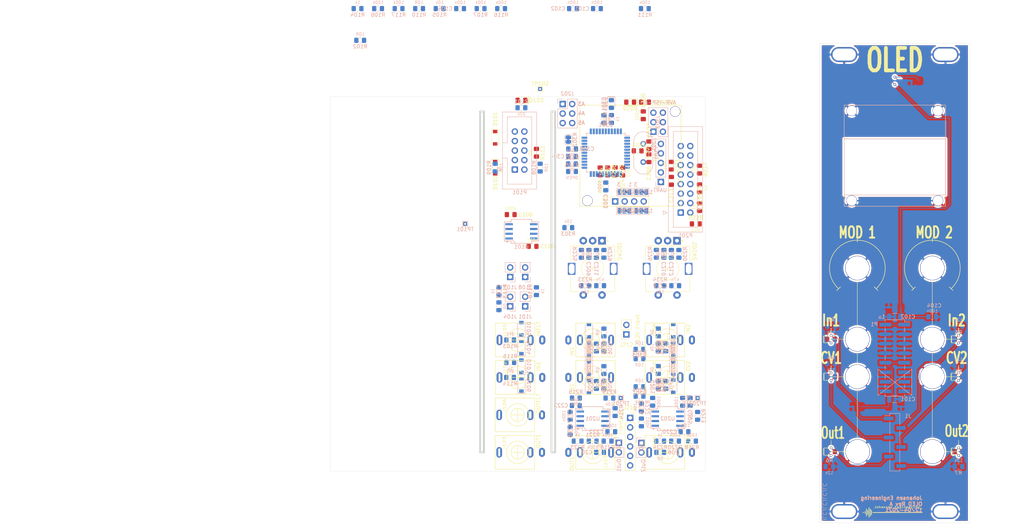
<source format=kicad_pcb>
(kicad_pcb (version 20171130) (host pcbnew "(5.1.9)-1")
  (title_block (title "OLED Board") (date 2021-05-04) (rev "Rev A") (company "Johansen Engineering"))
  (layers (0 F.Cu signal) (31 B.Cu signal) (34 B.Paste user) (35 F.Paste user) (36 B.SilkS user) (37 F.SilkS user) (38 B.Mask user) (39 F.Mask user) (44 Edge.Cuts user))
  (net 0 "")
  (net 1 GND)
  (net 2 +12VA)
  (net 3 -12VA)
  (net 4 "Net-(D4-Pad1)")
  (net 5 "Net-(D4-Pad2)")
  (net 6 "Net-(D5-Pad2)")
  (net 7 "Net-(D5-Pad1)")
  (net 8 "Net-(D6-Pad1)")
  (net 9 "Net-(D6-Pad2)")
  (net 10 "Net-(D7-Pad2)")
  (net 11 "Net-(D7-Pad1)")
  (net 12 +5V)
  (net 13 "Net-(P1-Pad13)")
  (net 14 "Net-(P1-Pad15)")
  (net 15 "Net-(D8-Pad1)")
  (net 16 "Net-(D8-Pad2)")
  (net 17 "Net-(D9-Pad2)")
  (net 18 "Net-(D9-Pad1)")
  (net 19 Flow2_32)
  (net 20 GNDA)
  (net 21 "Net-(C202-Pad1)")
  (net 22 29_A5)
  (net 23 30_A6)
  (net 24 "Net-(C203-Pad1)")
  (net 25 Flow1_32)
  (net 26 26_A2)
  (net 27 25_A1)
  (net 28 -12V)
  (net 29 +12V)
  (net 30 24_A0)
  (net 31 +5VA)
  (net 32 "Net-(C305-Pad2)")
  (net 33 reset)
  (net 34 "Net-(C306-Pad1)")
  (net 35 "Net-(C307-Pad1)")
  (net 36 "Net-(C308-Pad1)")
  (net 37 "Net-(D103-Pad2)")
  (net 38 "Net-(D104-Pad2)")
  (net 39 "Net-(D106-Pad2)")
  (net 40 27_A3)
  (net 41 28_A4)
  (net 42 "Net-(D209-Pad1)")
  (net 43 "Net-(D301-Pad2)")
  (net 44 "Net-(J102-PadTN)")
  (net 45 "Net-(J201-Pad1)")
  (net 46 "Net-(J201-Pad2)")
  (net 47 "Net-(J201-Pad3)")
  (net 48 "Net-(J201-Pad4)")
  (net 49 In1_32)
  (net 50 In2_32)
  (net 51 CV1_32)
  (net 52 CV2_32)
  (net 53 31_A7)
  (net 54 Out2_32)
  (net 55 Out1_32)
  (net 56 9_Tx)
  (net 57 8_Rx)
  (net 58 6_MISO)
  (net 59 7_SCK)
  (net 60 5_MOSI)
  (net 61 "Net-(P201-Pad1)")
  (net 62 "Net-(P201-Pad10)")
  (net 63 "Net-(P201-Pad11)")
  (net 64 "Net-(P201-Pad13)")
  (net 65 "Net-(P201-Pad15)")
  (net 66 "Net-(P201-Pad14)")
  (net 67 "Net-(P201-Pad16)")
  (net 68 "Net-(R214-Pad1)")
  (net 69 "Net-(R216-Pad1)")
  (net 70 "Net-(R218-Pad1)")
  (net 71 0_LED)
  (net 72 "Net-(C201-Pad1)")
  (net 73 "Net-(C204-Pad1)")
  (net 74 "Net-(C207-Pad1)")
  (net 75 "Net-(C208-Pad1)")
  (net 76 "Net-(J207-PadTN)")
  (net 77 "Net-(J208-PadTN)")
  (net 78 "Net-(J209-PadTN)")
  (net 79 "Net-(J210-PadTN)")
  (net 80 "Net-(R107-Pad1)")
  (net 81 "Net-(R233-Pad2)")
  (net 82 "Net-(R234-Pad2)")
  (net 83 11_INT1)
  (net 84 10_INT0)
  (net 85 D1)
  (net 86 /KicadJE_OLED_Mega32/ATMega32A.sch/D18)
  (net 87 /KicadJE_OLED_Mega32/ATMega32A.sch/D19)
  (net 88 /KicadJE_OLED_Mega32/ATMega32A.sch/D20)
  (net 89 /KicadJE_OLED_Mega32/ATMega32A.sch/D21)
  (net 90 /KicadJE_OLED_Mega32/ATMega32A.sch/D22)
  (net 91 /KicadJE_OLED_Mega32/ATMega32A.sch/D23)
  (net 92 /KicadJE_OLED_Mega32/ATMega32A.sch/D17_SDA)
  (net 93 /KicadJE_OLED_Mega32/ATMega32A.sch/D16_SCL)
  (net 94 /KicadJE_OLED_Mega32/ATMega32A.sch/D12_PWM)
  (net 95 /KicadJE_OLED_Mega32/ATMega32A.sch/D13_PWM)
  (net 96 /KicadJE_OLED_Mega32/ATMega32A.sch/D2_INT2)
  (net 97 /KicadJE_OLED_Mega32/ATMega32A.sch/D3_OC0)
  (net 98 /KicadJE_OLED_Mega32/ATMega32A.sch/D4)
  (net 99 "Net-(C205-Pad1)")
  (net 100 "Net-(C206-Pad1)")
  (net 101 "Net-(C216-Pad2)")
  (net 102 "Net-(C217-Pad2)")
  (net 103 "Net-(C216-Pad1)")
  (net 104 "Net-(C217-Pad1)")
  (net 105 "Net-(C224-Pad1)")
  (net 106 "Net-(C225-Pad1)")
  (net 107 "Net-(R213-Pad1)")
  (net 108 "Net-(C101-Pad1)")
  (net 109 "Net-(C101-Pad2)")
  (net 110 "Net-(C102-Pad1)")
  (net 111 Out1_Filt)
  (net 112 "Net-(C103-Pad1)")
  (net 113 "Net-(C104-Pad1)")
  (net 114 Out1_Amp)
  (net 115 In1_Amp)
  (net 116 "Net-(J105-PadTN)")
  (net 117 In1_Filt)
  (net 118 "Net-(R116-Pad2)")
  (net 119 "Net-(R117-Pad2)")
  (net 120 /InPos)
  (net 121 /InNeg)
  (module AJ:M2.7_Plated (layer F.Cu) (at 192 54)
    (fp_text reference H4 (at 0 0.5) (layer F.SilkS))
    (fp_text value OLED)
    (pad 1 thru_hole circle (at 0 0) (size 2.8 2.8) (drill 2.65) (layers *.Cu *.Mask) (net 1 GND))
  )
  (module AJ:M2.7_Plated (layer F.Cu) (at 168.6 77.8)
    (fp_text reference H2 (at 0 0.5) (layer F.SilkS))
    (fp_text value OLED)
    (pad 1 thru_hole circle (at 0 0) (size 2.8 2.8) (drill 2.65) (layers *.Cu *.Mask) (net 1 GND))
  )
  (module AJ:MountingHole_Eurorack3 (layer F.Cu) (at 264.1 38.8)
    (fp_text reference H104)
    (fp_text value MountingHole_Pad)
    (pad 1 thru_hole oval (at 0 0) (size 7 4) (drill oval 6.2 3.2) (layers *.Cu *.Mask) (net 1 GND))
  )
  (module AJ:Pot_6m3_scale1 (layer F.Cu) (at 260.6 95.8)
    (fp_text reference TP107 hide)
    (fp_text value OFF1)
    (pad 1 thru_hole circle (at 0 0) (size 6.5 6.5) (drill 6.3) (layers *.Cu *.Mask) (net 1 GND))
  )
  (module AJ:MountingHole_Eurorack3 (layer F.Cu) (at 237.1 38.8)
    (fp_text reference H102)
    (fp_text value MountingHole_Pad)
    (pad 1 thru_hole oval (at 0 0) (size 7 4) (drill oval 6.2 3.2) (layers *.Cu *.Mask) (net 1 GND))
  )
  (module AJ:MountingHole_Eurorack3 (layer B.Cu) (at 237.1 160.8)
    (fp_text reference H103)
    (fp_text value MountingHole_Pad)
    (pad 1 thru_hole oval (at 0 0) (size 7 4) (drill oval 6.2 3.2) (layers *.Cu *.Mask) (net 1 GND))
  )
  (module AJ:Jack_6m3 (layer F.Cu) (at 260.6 114.8)
    (fp_text reference TP107 hide)
    (fp_text value FM)
    (pad 1 thru_hole circle (at 0 0) (size 6.5 6.5) (drill 6.3) (layers *.Cu *.Mask) (net 1 GND))
  )
  (module AJ:MountingHole_Eurorack3 (layer B.Cu) (at 264.1 160.8)
    (fp_text reference H105)
    (fp_text value MountingHole_Pad)
    (pad 1 thru_hole oval (at 0 0) (size 7 4) (drill oval 6.2 3.2) (layers *.Cu *.Mask) (net 1 GND))
  )
  (module AJ:Jack_6m3 (layer F.Cu) (at 240.6 114.8)
    (fp_text reference TP102 hide)
    (fp_text value SQ)
    (pad 1 thru_hole circle (at 0 0) (size 6.5 6.5) (drill 6.3) (layers *.Cu *.Mask) (net 1 GND))
  )
  (module AJ:Jack_6m3 (layer F.Cu) (at 240.675001 144.8)
    (fp_text reference TP106 hide)
    (fp_text value HS)
    (pad 1 thru_hole circle (at 0 0) (size 6.5 6.5) (drill 6.3) (layers *.Cu *.Mask) (net 1 GND))
  )
  (module AJ:Jack_6m3 (layer F.Cu) (at 240.6 124.8)
    (fp_text reference TP108 hide)
    (fp_text value PWM)
    (pad 1 thru_hole circle (at 0 0) (size 6.5 6.5) (drill 6.3) (layers *.Cu *.Mask) (net 1 GND))
  )
  (module AJ:Pot_6m3_scale1 (layer F.Cu) (at 240.6 95.8)
    (fp_text reference TP112 hide)
    (fp_text value Fine)
    (pad 1 thru_hole circle (at 0 0) (size 6.5 6.5) (drill 6.3) (layers *.Cu *.Mask) (net 1 GND))
  )
  (module AJ:Jack_6m3 (layer F.Cu) (at 260.6 144.8)
    (fp_text reference TP105 hide)
    (fp_text value In3)
    (pad 1 thru_hole circle (at 0 0) (size 6.5 6.5) (drill 6.3) (layers *.Cu *.Mask) (net 1 GND))
  )
  (module AJ:Jack_6m3 (layer F.Cu) (at 260.6 124.8)
    (fp_text reference TP103 hide)
    (fp_text value In1)
    (pad 1 thru_hole circle (at 0 0) (size 6.5 6.5) (drill 6.3) (layers *.Cu *.Mask) (net 1 GND))
  )
  (module AJ:Johansen_engineering_logo_20mm (layer F.Cu) (at 250 161)
    (fp_text reference G*** hide)
    (fp_text value LOGO hide)
  )
  (module Capacitor_SMD:C_1206_3216Metric (layer B.Cu) (at 250.6 130.8)
    (fp_text reference C101 (at 3.5 0) (layer B.SilkS) (effects (justify mirror)))
    (fp_text value 1u)
    (pad 2 smd roundrect (at 1.475 0) (size 1.15 1.8) (layers B.Cu B.Paste B.Mask) (roundrect_rratio 0.2173904347826087) (net 1 GND))
    (pad 1 smd roundrect (at -1.475 0) (size 1.15 1.8) (layers B.Cu B.Paste B.Mask) (roundrect_rratio 0.2173904347826087) (net 2 +12VA))
  )
  (module Capacitor_SMD:C_1206_3216Metric (layer B.Cu) (at 250.6 108.8)
    (fp_text reference C102 (at 3.5 0) (layer B.SilkS) (effects (justify mirror)))
    (fp_text value 1u (at -3.5 0) (layer B.SilkS) (effects (justify mirror)))
    (pad 1 smd roundrect (at -1.475 0) (size 1.15 1.8) (layers B.Cu B.Paste B.Mask) (roundrect_rratio 0.2173904347826087) (net 1 GND))
    (pad 2 smd roundrect (at 1.475 0) (size 1.15 1.8) (layers B.Cu B.Paste B.Mask) (roundrect_rratio 0.2173904347826087) (net 3 -12VA))
  )
  (module AJ:C_0805_AJ (layer B.Cu) (at 260.575 108.8 180)
    (fp_text reference C104 (at -0.525 3) (layer B.SilkS) (effects (justify mirror)))
    (fp_text value 100n (at 0 1.5) (layer B.SilkS) (effects (font (size 0.8 0.8) (thickness 0.1)) (justify mirror)))
    (pad 1 smd roundrect (at -1.025 0 180) (size 1.15 1.4) (layers B.Cu B.Paste B.Mask) (roundrect_rratio 0.2173904347826087) (net 1 GND))
    (pad 2 smd roundrect (at 1.025 0 180) (size 1.15 1.4) (layers B.Cu B.Paste B.Mask) (roundrect_rratio 0.2173904347826087) (net 3 -12VA))
  )
  (module Diode_SMD:D_SOD-123 (layer F.Cu) (at 144 61 270)
    (fp_text reference D101 (at -5 0 90) (layer F.SilkS))
    (fp_text value 1N1007)
    (pad 2 smd rect (at 1.65 0 270) (size 0.9 1.2) (layers F.Cu F.Paste F.Mask) (net 1 GND))
    (pad 1 smd rect (at -1.65 0 270) (size 0.9 1.2) (layers F.Cu F.Paste F.Mask) (net 120 /InPos))
  )
  (module Diode_SMD:D_SOD-123 (layer F.Cu) (at 144 69 270)
    (fp_text reference D102 (at 4 0 90) (layer F.SilkS))
    (fp_text value 1N1007)
    (pad 1 smd rect (at -1.65 0 270) (size 0.9 1.2) (layers F.Cu F.Paste F.Mask) (net 1 GND))
    (pad 2 smd rect (at 1.65 0 270) (size 0.9 1.2) (layers F.Cu F.Paste F.Mask) (net 121 /InNeg))
  )
  (module AJ:D_0805_AJ (layer F.Cu) (at 233.575 114.8)
    (fp_text reference D4 hide)
    (fp_text value LED)
    (pad 1 smd roundrect (at -1.025 0) (size 1.15 1.4) (layers F.Cu F.Paste F.Mask) (roundrect_rratio 0.2173904347826087) (net 4 "Net-(D4-Pad1)"))
    (pad 2 smd roundrect (at 1.025 0) (size 1.15 1.4) (layers F.Cu F.Paste F.Mask) (roundrect_rratio 0.2173904347826087) (net 5 "Net-(D4-Pad2)"))
  )
  (module AJ:D_0805_AJ (layer F.Cu) (at 267.625 114.8)
    (fp_text reference D5 hide)
    (fp_text value LED)
    (pad 2 smd roundrect (at 1.025 0) (size 1.15 1.4) (layers F.Cu F.Paste F.Mask) (roundrect_rratio 0.2173904347826087) (net 6 "Net-(D5-Pad2)"))
    (pad 1 smd roundrect (at -1.025 0) (size 1.15 1.4) (layers F.Cu F.Paste F.Mask) (roundrect_rratio 0.2173904347826087) (net 7 "Net-(D5-Pad1)"))
  )
  (module AJ:D_0805_AJ (layer F.Cu) (at 233.6 124.8)
    (fp_text reference D6 hide)
    (fp_text value LED)
    (pad 1 smd roundrect (at -1.025 0) (size 1.15 1.4) (layers F.Cu F.Paste F.Mask) (roundrect_rratio 0.2173904347826087) (net 8 "Net-(D6-Pad1)"))
    (pad 2 smd roundrect (at 1.025 0) (size 1.15 1.4) (layers F.Cu F.Paste F.Mask) (roundrect_rratio 0.2173904347826087) (net 9 "Net-(D6-Pad2)"))
  )
  (module AJ:D_0805_AJ (layer F.Cu) (at 267.575 124.8)
    (fp_text reference D7 hide)
    (fp_text value LED)
    (pad 2 smd roundrect (at 1.025 0) (size 1.15 1.4) (layers F.Cu F.Paste F.Mask) (roundrect_rratio 0.2173904347826087) (net 10 "Net-(D7-Pad2)"))
    (pad 1 smd roundrect (at -1.025 0) (size 1.15 1.4) (layers F.Cu F.Paste F.Mask) (roundrect_rratio 0.2173904347826087) (net 11 "Net-(D7-Pad1)"))
  )
  (module AJ:R_0805_AJ (layer B.Cu) (at 151 53 180)
    (fp_text reference R101 (at 0 1.65) (layer B.SilkS) (effects (justify mirror)))
    (fp_text value 22k (at 0 -1.65) (layer B.SilkS) (effects (font (size 0.8 0.8) (thickness 0.1)) (justify mirror)))
    (pad 2 smd roundrect (at 1.025 0 180) (size 1.15 1.4) (layers B.Cu B.Paste B.Mask) (roundrect_rratio 0.2173904347826087) (net 1 GND))
    (pad 1 smd roundrect (at -1.025 0 180) (size 1.15 1.4) (layers B.Cu B.Paste B.Mask) (roundrect_rratio 0.2173904347826087) (net 37 "Net-(D103-Pad2)"))
  )
  (module AJ:R_0805_AJ (layer B.Cu) (at 233.625 111.3 180)
    (fp_text reference R2 (at 0 1.65) (layer B.SilkS) (effects (justify mirror)))
    (fp_text value 12k (at 0 -1.65) (layer B.SilkS) (effects (font (size 0.8 0.8) (thickness 0.1)) (justify mirror)))
    (pad 1 smd roundrect (at -1.025 0 180) (size 1.15 1.4) (layers B.Cu B.Paste B.Mask) (roundrect_rratio 0.2173904347826087) (net 1 GND))
    (pad 2 smd roundrect (at 1.025 0 180) (size 1.15 1.4) (layers B.Cu B.Paste B.Mask) (roundrect_rratio 0.2173904347826087) (net 4 "Net-(D4-Pad1)"))
  )
  (module AJ:R_0805_AJ (layer B.Cu) (at 267.6 111.3)
    (fp_text reference R3 (at 0 1.65) (layer B.SilkS) (effects (justify mirror)))
    (fp_text value 12k (at 0 -1.65) (layer B.SilkS) (effects (font (size 0.8 0.8) (thickness 0.1)) (justify mirror)))
    (pad 2 smd roundrect (at 1.025 0) (size 1.15 1.4) (layers B.Cu B.Paste B.Mask) (roundrect_rratio 0.2173904347826087) (net 7 "Net-(D5-Pad1)"))
    (pad 1 smd roundrect (at -1.025 0) (size 1.15 1.4) (layers B.Cu B.Paste B.Mask) (roundrect_rratio 0.2173904347826087) (net 1 GND))
  )
  (module AJ:R_0805_AJ (layer B.Cu) (at 233.6 121.3 180)
    (fp_text reference R4 (at 0 1.65) (layer B.SilkS) (effects (justify mirror)))
    (fp_text value 12k (at 0 -1.65) (layer B.SilkS) (effects (font (size 0.8 0.8) (thickness 0.1)) (justify mirror)))
    (pad 1 smd roundrect (at -1.025 0 180) (size 1.15 1.4) (layers B.Cu B.Paste B.Mask) (roundrect_rratio 0.2173904347826087) (net 1 GND))
    (pad 2 smd roundrect (at 1.025 0 180) (size 1.15 1.4) (layers B.Cu B.Paste B.Mask) (roundrect_rratio 0.2173904347826087) (net 8 "Net-(D6-Pad1)"))
  )
  (module AJ:R_0805_AJ (layer B.Cu) (at 267.575 121.8)
    (fp_text reference R5 (at 0 1.65) (layer B.SilkS) (effects (justify mirror)))
    (fp_text value 12k (at 0 -1.65) (layer B.SilkS) (effects (font (size 0.8 0.8) (thickness 0.1)) (justify mirror)))
    (pad 1 smd roundrect (at -1.025 0) (size 1.15 1.4) (layers B.Cu B.Paste B.Mask) (roundrect_rratio 0.2173904347826087) (net 1 GND))
    (pad 2 smd roundrect (at 1.025 0) (size 1.15 1.4) (layers B.Cu B.Paste B.Mask) (roundrect_rratio 0.2173904347826087) (net 11 "Net-(D7-Pad1)"))
  )
  (module AJ:D_0805_AJ (layer F.Cu) (at 233.575 144.8)
    (fp_text reference D8 hide)
    (fp_text value LED)
    (pad 1 smd roundrect (at -1.025 0) (size 1.15 1.4) (layers F.Cu F.Paste F.Mask) (roundrect_rratio 0.2173904347826087) (net 15 "Net-(D8-Pad1)"))
    (pad 2 smd roundrect (at 1.025 0) (size 1.15 1.4) (layers F.Cu F.Paste F.Mask) (roundrect_rratio 0.2173904347826087) (net 16 "Net-(D8-Pad2)"))
  )
  (module AJ:D_0805_AJ (layer F.Cu) (at 267.6 144.8)
    (fp_text reference D9 hide)
    (fp_text value LED)
    (pad 2 smd roundrect (at 1.025 0) (size 1.15 1.4) (layers F.Cu F.Paste F.Mask) (roundrect_rratio 0.2173904347826087) (net 17 "Net-(D9-Pad2)"))
    (pad 1 smd roundrect (at -1.025 0) (size 1.15 1.4) (layers F.Cu F.Paste F.Mask) (roundrect_rratio 0.2173904347826087) (net 18 "Net-(D9-Pad1)"))
  )
  (module AJ:R_0805_AJ (layer B.Cu) (at 233.125 148.8 180)
    (fp_text reference R6 (at 0 1.65) (layer B.SilkS) (effects (justify mirror)))
    (fp_text value 12k (at 0 -1.65) (layer B.SilkS) (effects (font (size 0.8 0.8) (thickness 0.1)) (justify mirror)))
    (pad 1 smd roundrect (at -1.025 0 180) (size 1.15 1.4) (layers B.Cu B.Paste B.Mask) (roundrect_rratio 0.2173904347826087) (net 1 GND))
    (pad 2 smd roundrect (at 1.025 0 180) (size 1.15 1.4) (layers B.Cu B.Paste B.Mask) (roundrect_rratio 0.2173904347826087) (net 15 "Net-(D8-Pad1)"))
  )
  (module AJ:R_0805_AJ (layer B.Cu) (at 267.575 148.8)
    (fp_text reference R7 (at 0 1.65) (layer B.SilkS) (effects (justify mirror)))
    (fp_text value 12k (at 0 -1.65) (layer B.SilkS) (effects (font (size 0.8 0.8) (thickness 0.1)) (justify mirror)))
    (pad 2 smd roundrect (at 1.025 0) (size 1.15 1.4) (layers B.Cu B.Paste B.Mask) (roundrect_rratio 0.2173904347826087) (net 18 "Net-(D9-Pad1)"))
    (pad 1 smd roundrect (at -1.025 0) (size 1.15 1.4) (layers B.Cu B.Paste B.Mask) (roundrect_rratio 0.2173904347826087) (net 1 GND))
  )
  (module Connector_PinHeader_2.54mm:PinHeader_1x06_P2.54mm_Vertical_SMD_Pin1Right (layer B.Cu) (at 250.6 142.3 180)
    (fp_text reference J1 (at -3.5 7) (layer B.SilkS) (effects (justify mirror)))
    (fp_text value "LED 1-6")
    (pad 2 smd rect (at -1.655 3.81 180) (size 2.51 1) (layers B.Cu B.Paste B.Mask) (net 6 "Net-(D5-Pad2)"))
    (pad 4 smd rect (at -1.655 -1.27 180) (size 2.51 1) (layers B.Cu B.Paste B.Mask) (net 10 "Net-(D7-Pad2)"))
    (pad 6 smd rect (at -1.655 -6.35 180) (size 2.51 1) (layers B.Cu B.Paste B.Mask) (net 17 "Net-(D9-Pad2)"))
    (pad 1 smd rect (at 1.655 6.35 180) (size 2.51 1) (layers B.Cu B.Paste B.Mask) (net 5 "Net-(D4-Pad2)"))
    (pad 3 smd rect (at 1.655 1.27 180) (size 2.51 1) (layers B.Cu B.Paste B.Mask) (net 9 "Net-(D6-Pad2)"))
    (pad 5 smd rect (at 1.655 -3.81 180) (size 2.51 1) (layers B.Cu B.Paste B.Mask) (net 16 "Net-(D8-Pad2)"))
  )
  (module Connector_PinHeader_2.54mm:PinHeader_2x08_P2.54mm_Vertical_SMD (layer B.Cu) (at 250.6 119.8 180)
    (fp_text reference P1 (at 5.5 9) (layer B.SilkS) (effects (justify mirror)))
    (fp_text value Doepfer_Power_16pin)
    (pad 1 smd rect (at -2.525 8.89 180) (size 3.15 1) (layers B.Cu B.Paste B.Mask) (net 3 -12VA))
    (pad 2 smd rect (at 2.525 8.89 180) (size 3.15 1) (layers B.Cu B.Paste B.Mask) (net 3 -12VA))
    (pad 3 smd rect (at -2.525 6.35 180) (size 3.15 1) (layers B.Cu B.Paste B.Mask) (net 1 GND))
    (pad 4 smd rect (at 2.525 6.35 180) (size 3.15 1) (layers B.Cu B.Paste B.Mask) (net 1 GND))
    (pad 5 smd rect (at -2.525 3.81 180) (size 3.15 1) (layers B.Cu B.Paste B.Mask) (net 1 GND))
    (pad 6 smd rect (at 2.525 3.81 180) (size 3.15 1) (layers B.Cu B.Paste B.Mask) (net 1 GND))
    (pad 7 smd rect (at -2.525 1.27 180) (size 3.15 1) (layers B.Cu B.Paste B.Mask) (net 1 GND))
    (pad 8 smd rect (at 2.525 1.27 180) (size 3.15 1) (layers B.Cu B.Paste B.Mask) (net 1 GND))
    (pad 9 smd rect (at -2.525 -1.27 180) (size 3.15 1) (layers B.Cu B.Paste B.Mask) (net 2 +12VA))
    (pad 10 smd rect (at 2.525 -1.27 180) (size 3.15 1) (layers B.Cu B.Paste B.Mask) (net 2 +12VA))
    (pad 11 smd rect (at -2.525 -3.81 180) (size 3.15 1) (layers B.Cu B.Paste B.Mask) (net 12 +5V))
    (pad 12 smd rect (at 2.525 -3.81 180) (size 3.15 1) (layers B.Cu B.Paste B.Mask) (net 12 +5V))
    (pad 13 smd rect (at -2.525 -6.35 180) (size 3.15 1) (layers B.Cu B.Paste B.Mask) (net 13 "Net-(P1-Pad13)"))
    (pad 14 smd rect (at 2.525 -6.35 180) (size 3.15 1) (layers B.Cu B.Paste B.Mask) (net 13 "Net-(P1-Pad13)"))
    (pad 15 smd rect (at -2.525 -8.89 180) (size 3.15 1) (layers B.Cu B.Paste B.Mask) (net 14 "Net-(P1-Pad15)"))
    (pad 16 smd rect (at 2.525 -8.89 180) (size 3.15 1) (layers B.Cu B.Paste B.Mask) (net 14 "Net-(P1-Pad15)"))
  )
  (module AJ:M2.7_Plated (layer F.Cu) (at 239.1 77.8)
    (fp_text reference H2 (at 0 0.5) (layer F.SilkS))
    (fp_text value OLED)
    (pad 1 thru_hole circle (at 0 0) (size 2.8 2.8) (drill 2.65) (layers *.Cu *.Mask) (net 1 GND))
  )
  (module AJ:M2.7_Plated (layer F.Cu) (at 239.1 53.8)
    (fp_text reference H3 (at 0 0.5) (layer F.SilkS))
    (fp_text value OLED)
    (pad 1 thru_hole circle (at 0 0) (size 2.8 2.8) (drill 2.65) (layers *.Cu *.Mask) (net 1 GND))
  )
  (module AJ:M2.7_Plated (layer F.Cu) (at 262.1 77.8)
    (fp_text reference H4 (at 0 0.5) (layer F.SilkS))
    (fp_text value OLED)
    (pad 1 thru_hole circle (at 0 0) (size 2.8 2.8) (drill 2.65) (layers *.Cu *.Mask) (net 1 GND))
  )
  (module AJ:M2.7_Plated (layer F.Cu) (at 262.1 53.8)
    (fp_text reference H5 (at 0 0.5) (layer F.SilkS))
    (fp_text value OLED)
    (pad 1 thru_hole circle (at 0 0) (size 2.8 2.8) (drill 2.65) (layers *.Cu *.Mask) (net 1 GND))
  )
  (module AJ:C_0805_AJ (layer B.Cu) (at 173 56.025 270)
    (fp_text reference C301 (at -3.975 0 90) (layer B.SilkS) (effects (justify mirror)))
    (fp_text value 100n (at 0 -1.65 90) (layer B.SilkS) (effects (font (size 0.8 0.8) (thickness 0.1)) (justify mirror)))
    (pad 1 smd roundrect (at -1.025 0 270) (size 1.15 1.4) (layers B.Cu B.Paste B.Mask) (roundrect_rratio 0.217391) (net 1 GND))
    (pad 2 smd roundrect (at 1.025 0 270) (size 1.15 1.4) (layers B.Cu B.Paste B.Mask) (roundrect_rratio 0.217391) (net 12 +5V))
  )
  (module AJ:C_0805_AJ (layer F.Cu) (at 182 64.5 180)
    (fp_text reference C302 (at -2.575 -0.1 -90) (layer F.SilkS))
    (fp_text value 100n (at 0 1.65) (layer F.SilkS) (effects (font (size 0.8 0.8) (thickness 0.1))))
    (pad 2 smd roundrect (at 1.025 0 180) (size 1.15 1.4) (layers F.Cu F.Paste F.Mask) (roundrect_rratio 0.217391) (net 12 +5V))
    (pad 1 smd roundrect (at -1.025 0 180) (size 1.15 1.4) (layers F.Cu F.Paste F.Mask) (roundrect_rratio 0.217391) (net 1 GND))
  )
  (module AJ:C_0805_AJ (layer B.Cu) (at 173.5 74 90)
    (fp_text reference C303 (at -3.975 0 90) (layer B.SilkS) (effects (justify mirror)))
    (fp_text value 100n (at 0 -1.65 90) (layer B.SilkS) (effects (font (size 0.8 0.8) (thickness 0.1)) (justify mirror)))
    (pad 1 smd roundrect (at -1.025 0 90) (size 1.15 1.4) (layers B.Cu B.Paste B.Mask) (roundrect_rratio 0.217391) (net 1 GND))
    (pad 2 smd roundrect (at 1.025 0 90) (size 1.15 1.4) (layers B.Cu B.Paste B.Mask) (roundrect_rratio 0.217391) (net 12 +5V))
  )
  (module AJ:C_0805_AJ (layer B.Cu) (at 164.475 66)
    (fp_text reference C304 (at -3.975 0) (layer B.SilkS) (effects (justify mirror)))
    (fp_text value 100n (at 0 -1.65) (layer B.SilkS) (effects (font (size 0.8 0.8) (thickness 0.1)) (justify mirror)))
    (pad 2 smd roundrect (at 1.025 0) (size 1.15 1.4) (layers B.Cu B.Paste B.Mask) (roundrect_rratio 0.217391) (net 31 +5VA))
    (pad 1 smd roundrect (at -1.025 0) (size 1.15 1.4) (layers B.Cu B.Paste B.Mask) (roundrect_rratio 0.217391) (net 20 GNDA))
  )
  (module AJ:C_0805_AJ (layer F.Cu) (at 183.5 55 270)
    (fp_text reference C305 (at -3.975 0 270) (layer F.SilkS))
    (fp_text value 100n (at 0 1.65 270) (layer F.SilkS) (effects (font (size 0.8 0.8) (thickness 0.1))))
    (pad 2 smd roundrect (at 1.025 0 270) (size 1.15 1.4) (layers F.Cu F.Paste F.Mask) (roundrect_rratio 0.217391) (net 32 "Net-(C305-Pad2)"))
    (pad 1 smd roundrect (at -1.025 0 270) (size 1.15 1.4) (layers F.Cu F.Paste F.Mask) (roundrect_rratio 0.217391) (net 33 reset))
  )
  (module AJ:C_0805_AJ (layer F.Cu) (at 185 66.475 90)
    (fp_text reference C306 (at -3.975 0 90) (layer F.SilkS))
    (fp_text value 22p (at 0 1.65 90) (layer F.SilkS) (effects (font (size 0.8 0.8) (thickness 0.1))))
    (pad 2 smd roundrect (at 1.025 0 90) (size 1.15 1.4) (layers F.Cu F.Paste F.Mask) (roundrect_rratio 0.217391) (net 1 GND))
    (pad 1 smd roundrect (at -1.025 0 90) (size 1.15 1.4) (layers F.Cu F.Paste F.Mask) (roundrect_rratio 0.217391) (net 34 "Net-(C306-Pad1)"))
  )
  (module AJ:C_0805_AJ (layer F.Cu) (at 185 63.025 270)
    (fp_text reference C307 (at -3.975 0 90) (layer F.SilkS))
    (fp_text value 22p (at 0 1.65 90) (layer F.SilkS) (effects (font (size 0.8 0.8) (thickness 0.1))))
    (pad 1 smd roundrect (at -1.025 0 270) (size 1.15 1.4) (layers F.Cu F.Paste F.Mask) (roundrect_rratio 0.217391) (net 35 "Net-(C307-Pad1)"))
    (pad 2 smd roundrect (at 1.025 0 270) (size 1.15 1.4) (layers F.Cu F.Paste F.Mask) (roundrect_rratio 0.217391) (net 1 GND))
  )
  (module AJ:C_0805_AJ (layer B.Cu) (at 164.525 64 180)
    (fp_text reference C308 (at -3.975 0) (layer B.SilkS) (effects (justify mirror)))
    (fp_text value 100n (at 0 -1.65) (layer B.SilkS) (effects (font (size 0.8 0.8) (thickness 0.1)) (justify mirror)))
    (pad 1 smd roundrect (at -1.025 0 180) (size 1.15 1.4) (layers B.Cu B.Paste B.Mask) (roundrect_rratio 0.217391) (net 36 "Net-(C308-Pad1)"))
    (pad 2 smd roundrect (at 1.025 0 180) (size 1.15 1.4) (layers B.Cu B.Paste B.Mask) (roundrect_rratio 0.217391) (net 20 GNDA))
  )
  (module AJ:D_0805_AJ (layer B.Cu) (at 175 52 270)
    (fp_text reference D301 (at 0 1.65 90) (layer B.SilkS) (effects (justify mirror)))
    (fp_text value LED)
    (pad 1 smd roundrect (at -1.025 0 270) (size 1.15 1.4) (layers B.Cu B.Paste B.Mask) (roundrect_rratio 0.217391) (net 1 GND))
    (pad 2 smd roundrect (at 1.025 0 270) (size 1.15 1.4) (layers B.Cu B.Paste B.Mask) (roundrect_rratio 0.217391) (net 43 "Net-(D301-Pad2)"))
  )
  (module Connector_PinSocket_2.54mm:PinSocket_1x04_P2.54mm_Vertical (layer F.Cu) (at 176 78 90)
    (fp_text reference J201 (at 0 -2.77 90) (layer F.SilkS))
    (fp_text value OLED)
    (pad 1 thru_hole rect (at 0 0 90) (size 1.7 1.7) (drill 1) (layers *.Cu *.Mask) (net 45 "Net-(J201-Pad1)"))
    (pad 2 thru_hole oval (at 0 2.54 90) (size 1.7 1.7) (drill 1) (layers *.Cu *.Mask) (net 46 "Net-(J201-Pad2)"))
    (pad 3 thru_hole oval (at 0 5.08 90) (size 1.7 1.7) (drill 1) (layers *.Cu *.Mask) (net 47 "Net-(J201-Pad3)"))
    (pad 4 thru_hole oval (at 0 7.62 90) (size 1.7 1.7) (drill 1) (layers *.Cu *.Mask) (net 48 "Net-(J201-Pad4)"))
  )
  (module AJ:PJ301SM (layer F.Cu) (at 170 115 270)
    (fp_text reference J207 (at 2.5 -3.5 90) (layer F.SilkS) (effects (font (size 0.75 1) (thickness 0.125))))
    (fp_text value IN1 (at 3 5.5 90) (layer F.SilkS))
    (pad T thru_hole oval (at 0 -4.92 270) (size 2.8 1.5) (drill oval 2.1 0.5) (layers *.Cu *.Mask) (net 49 In1_32))
    (pad S thru_hole oval (at 0 6.48 270) (size 2.4 1.6) (drill oval 1.4 0.6) (layers *.Cu *.Mask) (net 20 GNDA))
    (pad TN thru_hole oval (at 0 3.38 270) (size 2.8 1.6) (drill oval 2 0.6) (layers *.Cu *.Mask) (net 76 "Net-(J207-PadTN)"))
  )
  (module AJ:PJ301SM (layer F.Cu) (at 190 115 90)
    (fp_text reference J208 (at 2.5 -3.5 90) (layer F.SilkS) (effects (font (size 0.75 1) (thickness 0.125))))
    (fp_text value IN2 (at 3 5.5 90) (layer F.SilkS))
    (pad TN thru_hole oval (at 0 3.38 90) (size 2.8 1.6) (drill oval 2 0.6) (layers *.Cu *.Mask) (net 77 "Net-(J208-PadTN)"))
    (pad S thru_hole oval (at 0 6.48 90) (size 2.4 1.6) (drill oval 1.4 0.6) (layers *.Cu *.Mask) (net 20 GNDA))
    (pad T thru_hole oval (at 0 -4.92 90) (size 2.8 1.5) (drill oval 2.1 0.5) (layers *.Cu *.Mask) (net 50 In2_32))
  )
  (module AJ:PJ301SM (layer F.Cu) (at 170 125 270)
    (fp_text reference J209 (at 2.5 -3.5 90) (layer F.SilkS) (effects (font (size 0.75 1) (thickness 0.125))))
    (fp_text value CV1 (at 3 5.5 90) (layer F.SilkS))
    (pad TN thru_hole oval (at 0 3.38 270) (size 2.8 1.6) (drill oval 2 0.6) (layers *.Cu *.Mask) (net 78 "Net-(J209-PadTN)"))
    (pad S thru_hole oval (at 0 6.48 270) (size 2.4 1.6) (drill oval 1.4 0.6) (layers *.Cu *.Mask) (net 20 GNDA))
    (pad T thru_hole oval (at 0 -4.92 270) (size 2.8 1.5) (drill oval 2.1 0.5) (layers *.Cu *.Mask) (net 51 CV1_32))
  )
  (module AJ:PJ301SM (layer F.Cu) (at 190 125 90)
    (fp_text reference J210 (at 2.5 -3.5 90) (layer F.SilkS) (effects (font (size 0.75 1) (thickness 0.125))))
    (fp_text value CV2 (at 3 5.5 90) (layer F.SilkS))
    (pad TN thru_hole oval (at 0 3.38 90) (size 2.8 1.6) (drill oval 2 0.6) (layers *.Cu *.Mask) (net 79 "Net-(J210-PadTN)"))
    (pad S thru_hole oval (at 0 6.48 90) (size 2.4 1.6) (drill oval 1.4 0.6) (layers *.Cu *.Mask) (net 20 GNDA))
    (pad T thru_hole oval (at 0 -4.92 90) (size 2.8 1.5) (drill oval 2.1 0.5) (layers *.Cu *.Mask) (net 52 CV2_32))
  )
  (module Connector_PinSocket_2.54mm:PinSocket_1x06_P2.54mm_Vertical (layer F.Cu) (at 180 135.8)
    (fp_text reference J211 (at 0 -2.77) (layer F.SilkS))
    (fp_text value FrontLED (at -2.5 1.2 90) (layer F.SilkS))
    (pad 6 thru_hole oval (at 0 12.7) (size 1.7 1.7) (drill 1) (layers *.Cu *.Mask) (net 86 /KicadJE_OLED_Mega32/ATMega32A.sch/D18))
    (pad 5 thru_hole oval (at 0 10.16) (size 1.7 1.7) (drill 1) (layers *.Cu *.Mask) (net 87 /KicadJE_OLED_Mega32/ATMega32A.sch/D19))
    (pad 4 thru_hole oval (at 0 7.62) (size 1.7 1.7) (drill 1) (layers *.Cu *.Mask) (net 88 /KicadJE_OLED_Mega32/ATMega32A.sch/D20))
    (pad 3 thru_hole oval (at 0 5.08) (size 1.7 1.7) (drill 1) (layers *.Cu *.Mask) (net 89 /KicadJE_OLED_Mega32/ATMega32A.sch/D21))
    (pad 2 thru_hole oval (at 0 2.54) (size 1.7 1.7) (drill 1) (layers *.Cu *.Mask) (net 90 /KicadJE_OLED_Mega32/ATMega32A.sch/D22))
    (pad 1 thru_hole rect (at 0 0) (size 1.7 1.7) (drill 1) (layers *.Cu *.Mask) (net 91 /KicadJE_OLED_Mega32/ATMega32A.sch/D23))
  )
  (module Connector_PinSocket_2.54mm:PinSocket_1x02_P2.54mm_Vertical (layer F.Cu) (at 179 113.5 180)
    (fp_text reference J212 (at 0 -2.77) (layer F.SilkS))
    (fp_text value "-12V Front" (at -3 1 90) (layer F.SilkS))
    (pad 1 thru_hole rect (at 0 0 180) (size 1.7 1.7) (drill 1) (layers *.Cu *.Mask) (net 1 GND))
    (pad 2 thru_hole oval (at 0 2.54 180) (size 1.7 1.7) (drill 1) (layers *.Cu *.Mask) (net 28 -12V))
  )
  (module Connector_PinSocket_2.54mm:PinSocket_1x02_P2.54mm_Vertical (layer B.Cu) (at 183 142.5 180)
    (fp_text reference J203 (at 0 -1.04 90) (layer B.SilkS) (effects (justify mirror)))
    (fp_text value Out2 (at -0.5 -6.04 90) (layer B.SilkS) (effects (justify mirror)))
    (pad 2 thru_hole oval (at 0 -2.54 180) (size 1.7 1.7) (drill 1) (layers *.Cu *.Mask) (net 54 Out2_32))
    (pad 1 thru_hole rect (at 0 0 180) (size 1.7 1.7) (drill 1) (layers *.Cu *.Mask) (net 20 GNDA))
  )
  (module Connector_PinSocket_2.54mm:PinSocket_1x02_P2.54mm_Vertical (layer B.Cu) (at 177 142.46 180)
    (fp_text reference J204 (at 0 -1 90) (layer B.SilkS) (effects (justify mirror)))
    (fp_text value Out1 (at 0 -6 90) (layer B.SilkS) (effects (justify mirror)))
    (pad 1 thru_hole rect (at 0 0 180) (size 1.7 1.7) (drill 1) (layers *.Cu *.Mask) (net 20 GNDA))
    (pad 2 thru_hole oval (at 0 -2.54 180) (size 1.7 1.7) (drill 1) (layers *.Cu *.Mask) (net 55 Out1_32))
  )
  (module AJ:PJ301SM (layer F.Cu) (at 170 145 270)
    (fp_text reference J205 (at 2.5 -3.5 90) (layer F.SilkS) (effects (font (size 0.75 1) (thickness 0.125))))
    (fp_text value OUT1 (at 3 5.5 90) (layer F.SilkS))
    (pad T thru_hole oval (at 0 -4.92 270) (size 2.8 1.5) (drill oval 2.1 0.5) (layers *.Cu *.Mask) (net 55 Out1_32))
    (pad S thru_hole oval (at 0 6.48 270) (size 2.4 1.6) (drill oval 1.4 0.6) (layers *.Cu *.Mask) (net 20 GNDA))
    (pad TN thru_hole oval (at 0 3.38 270) (size 2.8 1.6) (drill oval 2 0.6) (layers *.Cu *.Mask))
  )
  (module AJ:PJ301SM (layer F.Cu) (at 190 145 90)
    (fp_text reference J206 (at 2.5 -3.5 90) (layer F.SilkS) (effects (font (size 0.75 1) (thickness 0.125))))
    (fp_text value OUT2 (at 3 5.5 90) (layer F.SilkS))
    (pad TN thru_hole oval (at 0 3.38 90) (size 2.8 1.6) (drill oval 2 0.6) (layers *.Cu *.Mask))
    (pad S thru_hole oval (at 0 6.48 90) (size 2.4 1.6) (drill oval 1.4 0.6) (layers *.Cu *.Mask) (net 20 GNDA))
    (pad T thru_hole oval (at 0 -4.92 90) (size 2.8 1.5) (drill oval 2.1 0.5) (layers *.Cu *.Mask) (net 54 Out2_32))
  )
  (module Connector_PinHeader_2.54mm:PinHeader_2x03_P2.54mm_Vertical (layer B.Cu) (at 186.2 59.4)
    (fp_text reference J302 (at 1.2 -2.6 270) (layer B.SilkS) (effects (justify mirror)))
    (fp_text value AVR-ISP-6 (at 1.8 -7.8) (layer B.SilkS) (effects (justify mirror)))
    (pad 1 thru_hole rect (at 0 0) (size 1.7 1.7) (drill 1) (layers *.Cu *.Mask) (net 58 6_MISO))
    (pad 2 thru_hole oval (at 2.54 0) (size 1.7 1.7) (drill 1) (layers *.Cu *.Mask) (net 12 +5V))
    (pad 3 thru_hole oval (at 0 -2.54) (size 1.7 1.7) (drill 1) (layers *.Cu *.Mask) (net 59 7_SCK))
    (pad 4 thru_hole oval (at 2.54 -2.54) (size 1.7 1.7) (drill 1) (layers *.Cu *.Mask) (net 60 5_MOSI))
    (pad 5 thru_hole oval (at 0 -5.08) (size 1.7 1.7) (drill 1) (layers *.Cu *.Mask) (net 33 reset))
    (pad 6 thru_hole oval (at 2.54 -5.08) (size 1.7 1.7) (drill 1) (layers *.Cu *.Mask) (net 1 GND))
  )
  (module Connector_IDC:IDC-Header_2x08_P2.54mm_Vertical (layer B.Cu) (at 193.5 81)
    (fp_text reference P201 (at 1.27 6.1) (layer B.SilkS) (effects (justify mirror)))
    (fp_text value Doepfer_Power_16pin)
    (pad 1 thru_hole roundrect (at 0 0) (size 1.7 1.7) (drill 1) (layers *.Cu *.Mask) (roundrect_rratio 0.147059) (net 61 "Net-(P201-Pad1)"))
    (pad 3 thru_hole circle (at 0 -2.54) (size 1.7 1.7) (drill 1) (layers *.Cu *.Mask) (net 1 GND))
    (pad 5 thru_hole circle (at 0 -5.08) (size 1.7 1.7) (drill 1) (layers *.Cu *.Mask) (net 1 GND))
    (pad 7 thru_hole circle (at 0 -7.62) (size 1.7 1.7) (drill 1) (layers *.Cu *.Mask) (net 1 GND))
    (pad 9 thru_hole circle (at 0 -10.16) (size 1.7 1.7) (drill 1) (layers *.Cu *.Mask) (net 62 "Net-(P201-Pad10)"))
    (pad 11 thru_hole circle (at 0 -12.7) (size 1.7 1.7) (drill 1) (layers *.Cu *.Mask) (net 63 "Net-(P201-Pad11)"))
    (pad 13 thru_hole circle (at 0 -15.24) (size 1.7 1.7) (drill 1) (layers *.Cu *.Mask) (net 64 "Net-(P201-Pad13)"))
    (pad 15 thru_hole circle (at 0 -17.78) (size 1.7 1.7) (drill 1) (layers *.Cu *.Mask) (net 65 "Net-(P201-Pad15)"))
    (pad 2 thru_hole circle (at 2.54 0) (size 1.7 1.7) (drill 1) (layers *.Cu *.Mask) (net 61 "Net-(P201-Pad1)"))
    (pad 4 thru_hole circle (at 2.54 -2.54) (size 1.7 1.7) (drill 1) (layers *.Cu *.Mask) (net 1 GND))
    (pad 6 thru_hole circle (at 2.54 -5.08) (size 1.7 1.7) (drill 1) (layers *.Cu *.Mask) (net 1 GND))
    (pad 8 thru_hole circle (at 2.54 -7.62) (size 1.7 1.7) (drill 1) (layers *.Cu *.Mask) (net 1 GND))
    (pad 10 thru_hole circle (at 2.54 -10.16) (size 1.7 1.7) (drill 1) (layers *.Cu *.Mask) (net 62 "Net-(P201-Pad10)"))
    (pad 12 thru_hole circle (at 2.54 -12.7) (size 1.7 1.7) (drill 1) (layers *.Cu *.Mask) (net 63 "Net-(P201-Pad11)"))
    (pad 14 thru_hole circle (at 2.54 -15.24) (size 1.7 1.7) (drill 1) (layers *.Cu *.Mask) (net 66 "Net-(P201-Pad14)"))
    (pad 16 thru_hole circle (at 2.54 -17.78) (size 1.7 1.7) (drill 1) (layers *.Cu *.Mask) (net 67 "Net-(P201-Pad16)"))
  )
  (module AJ:R_0805_AJ (layer B.Cu) (at 164.475 68 180)
    (fp_text reference R301 (at 0 1.65) (layer B.SilkS) (effects (justify mirror)))
    (fp_text value 0R (at 0 -1.65) (layer B.SilkS) (effects (font (size 0.8 0.8) (thickness 0.1)) (justify mirror)))
    (pad 1 smd roundrect (at -1.025 0 180) (size 1.15 1.4) (layers B.Cu B.Paste B.Mask) (roundrect_rratio 0.217391) (net 31 +5VA))
    (pad 2 smd roundrect (at 1.025 0 180) (size 1.15 1.4) (layers B.Cu B.Paste B.Mask) (roundrect_rratio 0.217391) (net 12 +5V))
  )
  (module Jumper:SolderJumper-2_P1.3mm_Bridged_RoundedPad1.0x1.5mm (layer B.Cu) (at 163.5 61.5 90)
    (fp_text reference R302 (at 0 1.8 90) (layer B.SilkS) (effects (justify mirror)))
    (fp_text value 0R)
    (fp_poly (pts (xy 0.25 0.3) (xy -0.25 0.3) (xy -0.25 -0.3) (xy 0.25 -0.3)) (layer B.Cu) (width 0))
    (pad 2 smd custom (at 0.65 0 90) (size 1 0.5) (layers B.Cu B.Mask) (net 1 GND) (options (clearance outline) (anchor rect)) (primitives (gr_circle (center 0 -0.25) (end 0.5 -0.25) (width 0)) (gr_circle (center 0 0.25) (end 0.5 0.25) (width 0)) (gr_poly (pts (xy 0 0.75) (xy -0.5 0.75) (xy -0.5 -0.75) (xy 0 -0.75)) (width 0))))
    (pad 1 smd custom (at -0.65 0 90) (size 1 0.5) (layers B.Cu B.Mask) (net 20 GNDA) (options (clearance outline) (anchor rect)) (primitives (gr_circle (center 0 -0.25) (end 0.5 -0.25) (width 0)) (gr_circle (center 0 0.25) (end 0.5 0.25) (width 0)) (gr_poly (pts (xy 0 0.75) (xy 0.5 0.75) (xy 0.5 -0.75) (xy 0 -0.75)) (width 0))))
  )
  (module AJ:R_0805_AJ (layer B.Cu) (at 163.5 85)
    (fp_text reference R303 (at 0 1.65) (layer B.SilkS) (effects (justify mirror)))
    (fp_text value 10k (at 0 -1.65) (layer B.SilkS) (effects (font (size 0.8 0.8) (thickness 0.1)) (justify mirror)))
    (pad 1 smd roundrect (at -1.025 0) (size 1.15 1.4) (layers B.Cu B.Paste B.Mask) (roundrect_rratio 0.217391) (net 12 +5V))
    (pad 2 smd roundrect (at 1.025 0) (size 1.15 1.4) (layers B.Cu B.Paste B.Mask) (roundrect_rratio 0.217391) (net 33 reset))
  )
  (module AJ:R_0805_AJ (layer B.Cu) (at 175 56 270)
    (fp_text reference R304 (at 0 1.65 90) (layer B.SilkS) (effects (justify mirror)))
    (fp_text value 1k (at 0 -1.65 90) (layer B.SilkS) (effects (font (size 0.8 0.8) (thickness 0.1)) (justify mirror)))
    (pad 1 smd roundrect (at -1.025 0 270) (size 1.15 1.4) (layers B.Cu B.Paste B.Mask) (roundrect_rratio 0.217391) (net 43 "Net-(D301-Pad2)"))
    (pad 2 smd roundrect (at 1.025 0 270) (size 1.15 1.4) (layers B.Cu B.Paste B.Mask) (roundrect_rratio 0.217391) (net 71 0_LED))
  )
  (module AJ:R_0805_AJ (layer B.Cu) (at 164.5 70 180)
    (fp_text reference R305 (at 0 1.65) (layer B.SilkS) (effects (justify mirror)))
    (fp_text value OPEN (at 0 -1.65) (layer B.SilkS) (effects (font (size 0.8 0.8) (thickness 0.1)) (justify mirror)))
    (pad 1 smd roundrect (at -1.025 0 180) (size 1.15 1.4) (layers B.Cu B.Paste B.Mask) (roundrect_rratio 0.217391) (net 31 +5VA))
    (pad 2 smd roundrect (at 1.025 0 180) (size 1.15 1.4) (layers B.Cu B.Paste B.Mask) (roundrect_rratio 0.217391) (net 20 GNDA))
  )
  (module Rotary_Encoder:RotaryEncoder_Alps_EC11E-Switch_Vertical_H20mm (layer F.Cu) (at 172.5 88.5 270)
    (fp_text reference SW201 (at 2.8 -4.7 90) (layer F.SilkS))
    (fp_text value Rotary_Encoder_Switch)
    (pad S1 thru_hole circle (at 14.5 5 270) (size 2 2) (drill 1) (layers *.Cu *.Mask) (net 81 "Net-(R233-Pad2)"))
    (pad S2 thru_hole circle (at 14.5 0 270) (size 2 2) (drill 1) (layers *.Cu *.Mask) (net 1 GND))
    (pad MP thru_hole rect (at 7.5 8.1 270) (size 3.2 2) (drill oval 2.8 1.5) (layers *.Cu *.Mask))
    (pad MP thru_hole rect (at 7.5 -3.1 270) (size 3.2 2) (drill oval 2.8 1.5) (layers *.Cu *.Mask))
    (pad B thru_hole circle (at 0 5 270) (size 2 2) (drill 1) (layers *.Cu *.Mask) (net 26 26_A2))
    (pad C thru_hole circle (at 0 2.5 270) (size 2 2) (drill 1) (layers *.Cu *.Mask) (net 1 GND))
    (pad A thru_hole rect (at 0 0 270) (size 2 2) (drill 1) (layers *.Cu *.Mask) (net 27 25_A1))
  )
  (module Package_QFP:TQFP-44_10x10mm_P0.8mm (layer B.Cu) (at 173.5 65 180)
    (fp_text reference U301 (at 0 7.45) (layer B.SilkS) (effects (justify mirror)))
    (fp_text value ATmega32A-AU)
    (pad 1 smd rect (at -5.7 4 180) (size 1.5 0.55) (layers B.Cu B.Paste B.Mask) (net 60 5_MOSI))
    (pad 2 smd rect (at -5.7 3.2 180) (size 1.5 0.55) (layers B.Cu B.Paste B.Mask) (net 58 6_MISO))
    (pad 3 smd rect (at -5.7 2.4 180) (size 1.5 0.55) (layers B.Cu B.Paste B.Mask) (net 59 7_SCK))
    (pad 4 smd rect (at -5.7 1.6 180) (size 1.5 0.55) (layers B.Cu B.Paste B.Mask) (net 33 reset))
    (pad 5 smd rect (at -5.7 0.8 180) (size 1.5 0.55) (layers B.Cu B.Paste B.Mask) (net 12 +5V))
    (pad 6 smd rect (at -5.7 0 180) (size 1.5 0.55) (layers B.Cu B.Paste B.Mask) (net 1 GND))
    (pad 7 smd rect (at -5.7 -0.8 180) (size 1.5 0.55) (layers B.Cu B.Paste B.Mask) (net 35 "Net-(C307-Pad1)"))
    (pad 8 smd rect (at -5.7 -1.6 180) (size 1.5 0.55) (layers B.Cu B.Paste B.Mask) (net 34 "Net-(C306-Pad1)"))
    (pad 9 smd rect (at -5.7 -2.4 180) (size 1.5 0.55) (layers B.Cu B.Paste B.Mask) (net 57 8_Rx))
    (pad 10 smd rect (at -5.7 -3.2 180) (size 1.5 0.55) (layers B.Cu B.Paste B.Mask) (net 56 9_Tx))
    (pad 11 smd rect (at -5.7 -4 180) (size 1.5 0.55) (layers B.Cu B.Paste B.Mask) (net 84 10_INT0))
    (pad 12 smd rect (at -4 -5.7 90) (size 1.5 0.55) (layers B.Cu B.Paste B.Mask) (net 83 11_INT1))
    (pad 13 smd rect (at -3.2 -5.7 90) (size 1.5 0.55) (layers B.Cu B.Paste B.Mask) (net 94 /KicadJE_OLED_Mega32/ATMega32A.sch/D12_PWM))
    (pad 14 smd rect (at -2.4 -5.7 90) (size 1.5 0.55) (layers B.Cu B.Paste B.Mask) (net 95 /KicadJE_OLED_Mega32/ATMega32A.sch/D13_PWM))
    (pad 15 smd rect (at -1.6 -5.7 90) (size 1.5 0.55) (layers B.Cu B.Paste B.Mask) (net 25 Flow1_32))
    (pad 16 smd rect (at -0.8 -5.7 90) (size 1.5 0.55) (layers B.Cu B.Paste B.Mask) (net 19 Flow2_32))
    (pad 17 smd rect (at 0 -5.7 90) (size 1.5 0.55) (layers B.Cu B.Paste B.Mask) (net 12 +5V))
    (pad 18 smd rect (at 0.8 -5.7 90) (size 1.5 0.55) (layers B.Cu B.Paste B.Mask) (net 1 GND))
    (pad 19 smd rect (at 1.6 -5.7 90) (size 1.5 0.55) (layers B.Cu B.Paste B.Mask) (net 93 /KicadJE_OLED_Mega32/ATMega32A.sch/D16_SCL))
    (pad 20 smd rect (at 2.4 -5.7 90) (size 1.5 0.55) (layers B.Cu B.Paste B.Mask) (net 92 /KicadJE_OLED_Mega32/ATMega32A.sch/D17_SDA))
    (pad 21 smd rect (at 3.2 -5.7 90) (size 1.5 0.55) (layers B.Cu B.Paste B.Mask) (net 86 /KicadJE_OLED_Mega32/ATMega32A.sch/D18))
    (pad 22 smd rect (at 4 -5.7 90) (size 1.5 0.55) (layers B.Cu B.Paste B.Mask) (net 87 /KicadJE_OLED_Mega32/ATMega32A.sch/D19))
    (pad 23 smd rect (at 5.7 -4 180) (size 1.5 0.55) (layers B.Cu B.Paste B.Mask) (net 88 /KicadJE_OLED_Mega32/ATMega32A.sch/D20))
    (pad 24 smd rect (at 5.7 -3.2 180) (size 1.5 0.55) (layers B.Cu B.Paste B.Mask) (net 89 /KicadJE_OLED_Mega32/ATMega32A.sch/D21))
    (pad 25 smd rect (at 5.7 -2.4 180) (size 1.5 0.55) (layers B.Cu B.Paste B.Mask) (net 90 /KicadJE_OLED_Mega32/ATMega32A.sch/D22))
    (pad 26 smd rect (at 5.7 -1.6 180) (size 1.5 0.55) (layers B.Cu B.Paste B.Mask) (net 91 /KicadJE_OLED_Mega32/ATMega32A.sch/D23))
    (pad 27 smd rect (at 5.7 -0.8 180) (size 1.5 0.55) (layers B.Cu B.Paste B.Mask) (net 31 +5VA))
    (pad 28 smd rect (at 5.7 0 180) (size 1.5 0.55) (layers B.Cu B.Paste B.Mask) (net 1 GND))
    (pad 29 smd rect (at 5.7 0.8 180) (size 1.5 0.55) (layers B.Cu B.Paste B.Mask) (net 36 "Net-(C308-Pad1)"))
    (pad 30 smd rect (at 5.7 1.6 180) (size 1.5 0.55) (layers B.Cu B.Paste B.Mask) (net 53 31_A7))
    (pad 31 smd rect (at 5.7 2.4 180) (size 1.5 0.55) (layers B.Cu B.Paste B.Mask) (net 23 30_A6))
    (pad 32 smd rect (at 5.7 3.2 180) (size 1.5 0.55) (layers B.Cu B.Paste B.Mask) (net 22 29_A5))
    (pad 33 smd rect (at 5.7 4 180) (size 1.5 0.55) (layers B.Cu B.Paste B.Mask) (net 41 28_A4))
    (pad 34 smd rect (at 4 5.7 90) (size 1.5 0.55) (layers B.Cu B.Paste B.Mask) (net 40 27_A3))
    (pad 35 smd rect (at 3.2 5.7 90) (size 1.5 0.55) (layers B.Cu B.Paste B.Mask) (net 26 26_A2))
    (pad 36 smd rect (at 2.4 5.7 90) (size 1.5 0.55) (layers B.Cu B.Paste B.Mask) (net 27 25_A1))
    (pad 37 smd rect (at 1.6 5.7 90) (size 1.5 0.55) (layers B.Cu B.Paste B.Mask) (net 30 24_A0))
    (pad 38 smd rect (at 0.8 5.7 90) (size 1.5 0.55) (layers B.Cu B.Paste B.Mask) (net 12 +5V))
    (pad 39 smd rect (at 0 5.7 90) (size 1.5 0.55) (layers B.Cu B.Paste B.Mask) (net 1 GND))
    (pad 40 smd rect (at -0.8 5.7 90) (size 1.5 0.55) (layers B.Cu B.Paste B.Mask) (net 71 0_LED))
    (pad 41 smd rect (at -1.6 5.7 90) (size 1.5 0.55) (layers B.Cu B.Paste B.Mask) (net 85 D1))
    (pad 42 smd rect (at -2.4 5.7 90) (size 1.5 0.55) (layers B.Cu B.Paste B.Mask) (net 96 /KicadJE_OLED_Mega32/ATMega32A.sch/D2_INT2))
    (pad 43 smd rect (at -3.2 5.7 90) (size 1.5 0.55) (layers B.Cu B.Paste B.Mask) (net 97 /KicadJE_OLED_Mega32/ATMega32A.sch/D3_OC0))
    (pad 44 smd rect (at -4 5.7 90) (size 1.5 0.55) (layers B.Cu B.Paste B.Mask) (net 98 /KicadJE_OLED_Mega32/ATMega32A.sch/D4))
  )
  (module Crystal:Crystal_HC49-U_Vertical (layer B.Cu) (at 183.5 67.5 90)
    (fp_text reference Y301 (at 2.44 3.525 270) (layer B.SilkS) (effects (justify mirror)))
    (fp_text value 16MHz)
    (pad 1 thru_hole circle (at 0 0 90) (size 1.5 1.5) (drill 0.8) (layers *.Cu *.Mask) (net 34 "Net-(C306-Pad1)"))
    (pad 2 thru_hole circle (at 4.88 0 90) (size 1.5 1.5) (drill 0.8) (layers *.Cu *.Mask) (net 35 "Net-(C307-Pad1)"))
  )
  (module AJ:C_0805_AJ (layer B.Cu) (at 173 113 90)
    (fp_text reference C203 (at -3.975 0 90) (layer B.SilkS) (effects (justify mirror)))
    (fp_text value 0R (at 0 -1.65 90) (layer B.SilkS) (effects (font (size 0.8 0.8) (thickness 0.1)) (justify mirror)))
    (pad 2 smd roundrect (at 1.025 0 90) (size 1.15 1.4) (layers B.Cu B.Paste B.Mask) (roundrect_rratio 0.217391) (net 22 29_A5))
    (pad 1 smd roundrect (at -1.025 0 90) (size 1.15 1.4) (layers B.Cu B.Paste B.Mask) (roundrect_rratio 0.217391) (net 24 "Net-(C203-Pad1)"))
  )
  (module AJ:C_0805_AJ (layer B.Cu) (at 187.5 112.975 90)
    (fp_text reference C204 (at -3.975 0 90) (layer B.SilkS) (effects (justify mirror)))
    (fp_text value 0R (at 0 -1.65 90) (layer B.SilkS) (effects (font (size 0.8 0.8) (thickness 0.1)) (justify mirror)))
    (pad 1 smd roundrect (at -1.025 0 90) (size 1.15 1.4) (layers B.Cu B.Paste B.Mask) (roundrect_rratio 0.217391) (net 73 "Net-(C204-Pad1)"))
    (pad 2 smd roundrect (at 1.025 0 90) (size 1.15 1.4) (layers B.Cu B.Paste B.Mask) (roundrect_rratio 0.217391) (net 23 30_A6))
  )
  (module AJ:C_0805_AJ (layer B.Cu) (at 169 92 90)
    (fp_text reference C209 (at -3.975 0 90) (layer B.SilkS) (effects (justify mirror)))
    (fp_text value 100n (at 0 -1.65 90) (layer B.SilkS) (effects (font (size 0.8 0.8) (thickness 0.1)) (justify mirror)))
    (pad 2 smd roundrect (at 1.025 0 90) (size 1.15 1.4) (layers B.Cu B.Paste B.Mask) (roundrect_rratio 0.217391) (net 1 GND))
    (pad 1 smd roundrect (at -1.025 0 90) (size 1.15 1.4) (layers B.Cu B.Paste B.Mask) (roundrect_rratio 0.217391) (net 26 26_A2))
  )
  (module AJ:C_0805_AJ (layer B.Cu) (at 171 92 90)
    (fp_text reference C211 (at -3.975 0 90) (layer B.SilkS) (effects (justify mirror)))
    (fp_text value 100n (at 0 -1.65 90) (layer B.SilkS) (effects (font (size 0.8 0.8) (thickness 0.1)) (justify mirror)))
    (pad 1 smd roundrect (at -1.025 0 90) (size 1.15 1.4) (layers B.Cu B.Paste B.Mask) (roundrect_rratio 0.217391) (net 27 25_A1))
    (pad 2 smd roundrect (at 1.025 0 90) (size 1.15 1.4) (layers B.Cu B.Paste B.Mask) (roundrect_rratio 0.217391) (net 1 GND))
  )
  (module AJ:C_0805_AJ (layer F.Cu) (at 191 72.5 90)
    (fp_text reference C213 (at -3.975 0 270) (layer F.SilkS))
    (fp_text value 1u (at 0 1.65 270) (layer F.SilkS) (effects (font (size 0.8 0.8) (thickness 0.1))))
    (pad 1 smd roundrect (at -1.025 0 90) (size 1.15 1.4) (layers F.Cu F.Paste F.Mask) (roundrect_rratio 0.217391) (net 1 GND))
    (pad 2 smd roundrect (at 1.025 0 90) (size 1.15 1.4) (layers F.Cu F.Paste F.Mask) (roundrect_rratio 0.217391) (net 12 +5V))
  )
  (module AJ:C_0805_AJ (layer F.Cu) (at 198.5 79.5 270)
    (fp_text reference C214 (at -3.975 0 90) (layer F.SilkS))
    (fp_text value 1u (at 0 1.65 90) (layer F.SilkS) (effects (font (size 0.8 0.8) (thickness 0.1))))
    (pad 2 smd roundrect (at 1.025 0 270) (size 1.15 1.4) (layers F.Cu F.Paste F.Mask) (roundrect_rratio 0.217391) (net 28 -12V))
    (pad 1 smd roundrect (at -1.025 0 270) (size 1.15 1.4) (layers F.Cu F.Paste F.Mask) (roundrect_rratio 0.217391) (net 1 GND))
  )
  (module AJ:C_0805_AJ (layer F.Cu) (at 198.5 74.5 90)
    (fp_text reference C215 (at -3.975 0 90) (layer F.SilkS))
    (fp_text value 1u (at 0 1.65 90) (layer F.SilkS) (effects (font (size 0.8 0.8) (thickness 0.1))))
    (pad 2 smd roundrect (at 1.025 0 90) (size 1.15 1.4) (layers F.Cu F.Paste F.Mask) (roundrect_rratio 0.217391) (net 29 +12V))
    (pad 1 smd roundrect (at -1.025 0 90) (size 1.15 1.4) (layers F.Cu F.Paste F.Mask) (roundrect_rratio 0.217391) (net 1 GND))
  )
  (module AJ:C_0805_AJ (layer B.Cu) (at 172 100.5)
    (fp_text reference C218 (at -3.975 0) (layer B.SilkS) (effects (justify mirror)))
    (fp_text value 47n (at 0 -1.65) (layer B.SilkS) (effects (font (size 0.8 0.8) (thickness 0.1)) (justify mirror)))
    (pad 2 smd roundrect (at 1.025 0) (size 1.15 1.4) (layers B.Cu B.Paste B.Mask) (roundrect_rratio 0.217391) (net 1 GND))
    (pad 1 smd roundrect (at -1.025 0) (size 1.15 1.4) (layers B.Cu B.Paste B.Mask) (roundrect_rratio 0.217391) (net 30 24_A0))
  )
  (module AJ:C_0805_AJ (layer B.Cu) (at 194.5 139.5)
    (fp_text reference C220 (at -3.975 0) (layer B.SilkS) (effects (justify mirror)))
    (fp_text value 100n (at 0 -1.65) (layer B.SilkS) (effects (font (size 0.8 0.8) (thickness 0.1)) (justify mirror)))
    (pad 1 smd roundrect (at -1.025 0) (size 1.15 1.4) (layers B.Cu B.Paste B.Mask) (roundrect_rratio 0.217391) (net 29 +12V))
    (pad 2 smd roundrect (at 1.025 0) (size 1.15 1.4) (layers B.Cu B.Paste B.Mask) (roundrect_rratio 0.217391) (net 20 GNDA))
  )
  (module AJ:C_0805_AJ (layer B.Cu) (at 186 131.5 270)
    (fp_text reference C221 (at -3.975 0 90) (layer B.SilkS) (effects (justify mirror)))
    (fp_text value 100n (at 0 -1.65 90) (layer B.SilkS) (effects (font (size 0.8 0.8) (thickness 0.1)) (justify mirror)))
    (pad 2 smd roundrect (at 1.025 0 270) (size 1.15 1.4) (layers B.Cu B.Paste B.Mask) (roundrect_rratio 0.217391) (net 28 -12V))
    (pad 1 smd roundrect (at -1.025 0 270) (size 1.15 1.4) (layers B.Cu B.Paste B.Mask) (roundrect_rratio 0.217391) (net 20 GNDA))
  )
  (module AJ:D_SOD-123 (layer B.Cu) (at 169 122.5 270)
    (fp_text reference D201 (at -4.25 0 90) (layer B.SilkS) (effects (justify mirror)))
    (fp_text value 1N1007)
    (pad 2 smd rect (at 1.65 0 270) (size 0.9 1.2) (layers B.Cu B.Paste B.Mask) (net 40 27_A3))
    (pad 1 smd rect (at -1.65 0 270) (size 0.9 1.2) (layers B.Cu B.Paste B.Mask) (net 12 +5V))
  )
  (module AJ:D_SOD-123 (layer B.Cu) (at 169 127.5 270)
    (fp_text reference D202 (at -4.25 0 90) (layer B.SilkS) (effects (justify mirror)))
    (fp_text value 1N1007)
    (pad 1 smd rect (at -1.65 0 270) (size 0.9 1.2) (layers B.Cu B.Paste B.Mask) (net 40 27_A3))
    (pad 2 smd rect (at 1.65 0 270) (size 0.9 1.2) (layers B.Cu B.Paste B.Mask) (net 20 GNDA))
  )
  (module AJ:D_SOD-123 (layer B.Cu) (at 191.5 122.5 270)
    (fp_text reference D203 (at -4.25 0 90) (layer B.SilkS) (effects (justify mirror)))
    (fp_text value 1N1007)
    (pad 2 smd rect (at 1.65 0 270) (size 0.9 1.2) (layers B.Cu B.Paste B.Mask) (net 41 28_A4))
    (pad 1 smd rect (at -1.65 0 270) (size 0.9 1.2) (layers B.Cu B.Paste B.Mask) (net 12 +5V))
  )
  (module AJ:D_SOD-123 (layer B.Cu) (at 191.5 127.35 270)
    (fp_text reference D204 (at -4.25 0 90) (layer B.SilkS) (effects (justify mirror)))
    (fp_text value 1N1007)
    (pad 1 smd rect (at -1.65 0 270) (size 0.9 1.2) (layers B.Cu B.Paste B.Mask) (net 41 28_A4))
    (pad 2 smd rect (at 1.65 0 270) (size 0.9 1.2) (layers B.Cu B.Paste B.Mask) (net 20 GNDA))
  )
  (module AJ:D_SOD-123 (layer B.Cu) (at 169 117.5 90)
    (fp_text reference D205 (at -4.25 0 90) (layer B.SilkS) (effects (justify mirror)))
    (fp_text value 1N1007)
    (pad 1 smd rect (at -1.65 0 90) (size 0.9 1.2) (layers B.Cu B.Paste B.Mask) (net 12 +5V))
    (pad 2 smd rect (at 1.65 0 90) (size 0.9 1.2) (layers B.Cu B.Paste B.Mask) (net 22 29_A5))
  )
  (module AJ:D_SOD-123 (layer B.Cu) (at 169 112.5 90)
    (fp_text reference D206 (at -4.25 0 90) (layer B.SilkS) (effects (justify mirror)))
    (fp_text value 1N1007)
    (pad 2 smd rect (at 1.65 0 90) (size 0.9 1.2) (layers B.Cu B.Paste B.Mask) (net 20 GNDA))
    (pad 1 smd rect (at -1.65 0 90) (size 0.9 1.2) (layers B.Cu B.Paste B.Mask) (net 22 29_A5))
  )
  (module AJ:D_SOD-123 (layer B.Cu) (at 191.5 117.5 90)
    (fp_text reference D207 (at -4.25 0 90) (layer B.SilkS) (effects (justify mirror)))
    (fp_text value 1N1007)
    (pad 1 smd rect (at -1.65 0 90) (size 0.9 1.2) (layers B.Cu B.Paste B.Mask) (net 12 +5V))
    (pad 2 smd rect (at 1.65 0 90) (size 0.9 1.2) (layers B.Cu B.Paste B.Mask) (net 23 30_A6))
  )
  (module AJ:D_SOD-123 (layer B.Cu) (at 191.5 112.5 90)
    (fp_text reference D208 (at -4.25 0 90) (layer B.SilkS) (effects (justify mirror)))
    (fp_text value 1N1007)
    (pad 2 smd rect (at 1.65 0 90) (size 0.9 1.2) (layers B.Cu B.Paste B.Mask) (net 20 GNDA))
    (pad 1 smd rect (at -1.65 0 90) (size 0.9 1.2) (layers B.Cu B.Paste B.Mask) (net 23 30_A6))
  )
  (module AJ:D_0805_AJ (layer F.Cu) (at 180 51.5 180)
    (fp_text reference D209 (at 0 -1.65) (layer F.SilkS))
    (fp_text value LED)
    (pad 1 smd roundrect (at -1.025 0 180) (size 1.15 1.4) (layers F.Cu F.Paste F.Mask) (roundrect_rratio 0.217391) (net 42 "Net-(D209-Pad1)"))
    (pad 2 smd roundrect (at 1.025 0 180) (size 1.15 1.4) (layers F.Cu F.Paste F.Mask) (roundrect_rratio 0.217391) (net 1 GND))
  )
  (module Jumper:SolderJumper-3_P1.3mm_Bridged12_Pad1.0x1.5mm_NumberLabels (layer B.Cu) (at 178.5 80.5 180)
    (fp_text reference JP201 (at 0 0) (layer B.SilkS) (effects (justify mirror)))
    (fp_text value 1)
    (fp_poly (pts (xy -0.9 0.3) (xy -0.4 0.3) (xy -0.4 -0.3) (xy -0.9 -0.3)) (layer B.Cu) (width 0))
    (fp_text user 3 (at 0 0) (layer B.SilkS) (effects (justify mirror)))
    (fp_text user 1 (at -2.6 0) (layer B.SilkS) (effects (justify mirror)))
    (pad 1 smd rect (at -1.3 0 180) (size 1 1.5) (layers B.Cu B.Mask) (net 92 /KicadJE_OLED_Mega32/ATMega32A.sch/D17_SDA))
    (pad 3 smd rect (at 1.3 0 180) (size 1 1.5) (layers B.Cu B.Mask) (net 1 GND))
    (pad 2 smd rect (at 0 0 180) (size 1 1.5) (layers B.Cu B.Mask) (net 45 "Net-(J201-Pad1)"))
  )
  (module Jumper:SolderJumper-3_P1.3mm_Bridged12_Pad1.0x1.5mm_NumberLabels (layer B.Cu) (at 178.5 75.5 180)
    (fp_text reference JP202 (at 0 0) (layer B.SilkS) (effects (justify mirror)))
    (fp_text value 2)
    (fp_text user 1 (at -1.5 2) (layer B.SilkS) (effects (justify mirror)))
    (fp_text user 3 (at 1.5 2) (layer B.SilkS) (effects (justify mirror)))
    (fp_poly (pts (xy -0.9 0.3) (xy -0.4 0.3) (xy -0.4 -0.3) (xy -0.9 -0.3)) (layer B.Cu) (width 0))
    (pad 2 smd rect (at 0 0 180) (size 1 1.5) (layers B.Cu B.Mask) (net 46 "Net-(J201-Pad2)"))
    (pad 3 smd rect (at 1.3 0 180) (size 1 1.5) (layers B.Cu B.Mask) (net 12 +5V))
    (pad 1 smd rect (at -1.3 0 180) (size 1 1.5) (layers B.Cu B.Mask) (net 93 /KicadJE_OLED_Mega32/ATMega32A.sch/D16_SCL))
  )
  (module Jumper:SolderJumper-3_P1.3mm_Bridged12_Pad1.0x1.5mm_NumberLabels (layer B.Cu) (at 183 75.5 180)
    (fp_text reference JP203 (at 0 0) (layer B.SilkS) (effects (justify mirror)))
    (fp_text value 3)
    (fp_text user 1 (at -2.6 0) (layer B.SilkS) (effects (justify mirror)))
    (fp_text user 3 (at 1.5 2) (layer B.SilkS) (effects (justify mirror)))
    (fp_poly (pts (xy -0.9 0.3) (xy -0.4 0.3) (xy -0.4 -0.3) (xy -0.9 -0.3)) (layer B.Cu) (width 0))
    (pad 2 smd rect (at 0 0 180) (size 1 1.5) (layers B.Cu B.Mask) (net 47 "Net-(J201-Pad3)"))
    (pad 3 smd rect (at 1.3 0 180) (size 1 1.5) (layers B.Cu B.Mask) (net 93 /KicadJE_OLED_Mega32/ATMega32A.sch/D16_SCL))
    (pad 1 smd rect (at -1.3 0 180) (size 1 1.5) (layers B.Cu B.Mask) (net 12 +5V))
  )
  (module Jumper:SolderJumper-3_P1.3mm_Bridged12_Pad1.0x1.5mm_NumberLabels (layer B.Cu) (at 183 80.5 180)
    (fp_text reference JP204 (at 0 0) (layer B.SilkS) (effects (justify mirror)))
    (fp_text value 4)
    (fp_poly (pts (xy -0.9 0.3) (xy -0.4 0.3) (xy -0.4 -0.3) (xy -0.9 -0.3)) (layer B.Cu) (width 0))
    (fp_text user 3 (at 2.6 0) (layer B.SilkS) (effects (justify mirror)))
    (fp_text user 1 (at -2.6 0) (layer B.SilkS) (effects (justify mirror)))
    (pad 1 smd rect (at -1.3 0 180) (size 1 1.5) (layers B.Cu B.Mask) (net 1 GND))
    (pad 3 smd rect (at 1.3 0 180) (size 1 1.5) (layers B.Cu B.Mask) (net 92 /KicadJE_OLED_Mega32/ATMega32A.sch/D17_SDA))
    (pad 2 smd rect (at 0 0 180) (size 1 1.5) (layers B.Cu B.Mask) (net 48 "Net-(J201-Pad4)"))
  )
  (module AJ:R_0805_AJ (layer B.Cu) (at 182.5 127.5)
    (fp_text reference R201 (at 0 1.65) (layer B.SilkS) (effects (justify mirror)))
    (fp_text value 10R (at 0 -1.65) (layer B.SilkS) (effects (font (size 0.8 0.8) (thickness 0.1)) (justify mirror)))
    (pad 1 smd roundrect (at -1.025 0) (size 1.15 1.4) (layers B.Cu B.Paste B.Mask) (roundrect_rratio 0.217391) (net 51 CV1_32))
    (pad 2 smd roundrect (at 1.025 0) (size 1.15 1.4) (layers B.Cu B.Paste B.Mask) (roundrect_rratio 0.217391) (net 79 "Net-(J210-PadTN)"))
  )
  (module AJ:R_0805_AJ (layer B.Cu) (at 182.5 120 180)
    (fp_text reference R202 (at 0 1.65) (layer B.SilkS) (effects (justify mirror)))
    (fp_text value 10R (at 0 -1.65) (layer B.SilkS) (effects (font (size 0.8 0.8) (thickness 0.1)) (justify mirror)))
    (pad 1 smd roundrect (at -1.025 0 180) (size 1.15 1.4) (layers B.Cu B.Paste B.Mask) (roundrect_rratio 0.217391) (net 50 In2_32))
    (pad 2 smd roundrect (at 1.025 0 180) (size 1.15 1.4) (layers B.Cu B.Paste B.Mask) (roundrect_rratio 0.217391) (net 76 "Net-(J207-PadTN)"))
  )
  (module AJ:R_0805_AJ (layer B.Cu) (at 182.5 117.5)
    (fp_text reference R203 (at 0 1.65) (layer B.SilkS) (effects (justify mirror)))
    (fp_text value 10R (at 0 -1.65) (layer B.SilkS) (effects (font (size 0.8 0.8) (thickness 0.1)) (justify mirror)))
    (pad 1 smd roundrect (at -1.025 0) (size 1.15 1.4) (layers B.Cu B.Paste B.Mask) (roundrect_rratio 0.217391) (net 49 In1_32))
    (pad 2 smd roundrect (at 1.025 0) (size 1.15 1.4) (layers B.Cu B.Paste B.Mask) (roundrect_rratio 0.217391) (net 77 "Net-(J208-PadTN)"))
  )
  (module AJ:R_0805_AJ (layer B.Cu) (at 182.5 130 180)
    (fp_text reference R204 (at 0 1.65) (layer B.SilkS) (effects (justify mirror)))
    (fp_text value 10R (at 0 -1.65) (layer B.SilkS) (effects (font (size 0.8 0.8) (thickness 0.1)) (justify mirror)))
    (pad 2 smd roundrect (at 1.025 0 180) (size 1.15 1.4) (layers B.Cu B.Paste B.Mask) (roundrect_rratio 0.217391) (net 78 "Net-(J209-PadTN)"))
    (pad 1 smd roundrect (at -1.025 0 180) (size 1.15 1.4) (layers B.Cu B.Paste B.Mask) (roundrect_rratio 0.217391) (net 52 CV2_32))
  )
  (module AJ:R_0805_AJ (layer B.Cu) (at 198 135.25 90)
    (fp_text reference R213 (at 0 1.65 90) (layer B.SilkS) (effects (justify mirror)))
    (fp_text value 10k (at 0 -1.65 90) (layer B.SilkS) (effects (font (size 0.8 0.8) (thickness 0.1)) (justify mirror)))
    (pad 1 smd roundrect (at -1.025 0 90) (size 1.15 1.4) (layers B.Cu B.Paste B.Mask) (roundrect_rratio 0.217391) (net 107 "Net-(R213-Pad1)"))
    (pad 2 smd roundrect (at 1.025 0 90) (size 1.15 1.4) (layers B.Cu B.Paste B.Mask) (roundrect_rratio 0.217391) (net 103 "Net-(C216-Pad1)"))
  )
  (module AJ:R_0805_AJ (layer B.Cu) (at 173 117 90)
    (fp_text reference R206 (at 0 1.65 90) (layer B.SilkS) (effects (justify mirror)))
    (fp_text value 10k (at 0 -1.65 90) (layer B.SilkS) (effects (font (size 0.8 0.8) (thickness 0.1)) (justify mirror)))
    (pad 2 smd roundrect (at 1.025 0 90) (size 1.15 1.4) (layers B.Cu B.Paste B.Mask) (roundrect_rratio 0.217391) (net 24 "Net-(C203-Pad1)"))
    (pad 1 smd roundrect (at -1.025 0 90) (size 1.15 1.4) (layers B.Cu B.Paste B.Mask) (roundrect_rratio 0.217391) (net 49 In1_32))
  )
  (module AJ:R_0805_AJ (layer B.Cu) (at 187.5 117 90)
    (fp_text reference R207 (at 0 1.65 90) (layer B.SilkS) (effects (justify mirror)))
    (fp_text value 10k (at 0 -1.65 90) (layer B.SilkS) (effects (font (size 0.8 0.8) (thickness 0.1)) (justify mirror)))
    (pad 1 smd roundrect (at -1.025 0 90) (size 1.15 1.4) (layers B.Cu B.Paste B.Mask) (roundrect_rratio 0.217391) (net 50 In2_32))
    (pad 2 smd roundrect (at 1.025 0 90) (size 1.15 1.4) (layers B.Cu B.Paste B.Mask) (roundrect_rratio 0.217391) (net 73 "Net-(C204-Pad1)"))
  )
  (module AJ:R_0805_AJ (layer B.Cu) (at 176 134.25 90)
    (fp_text reference R214 (at 0 1.65 90) (layer B.SilkS) (effects (justify mirror)))
    (fp_text value 10k (at 0 -1.65 90) (layer B.SilkS) (effects (font (size 0.8 0.8) (thickness 0.1)) (justify mirror)))
    (pad 2 smd roundrect (at 1.025 0 90) (size 1.15 1.4) (layers B.Cu B.Paste B.Mask) (roundrect_rratio 0.217391) (net 104 "Net-(C217-Pad1)"))
    (pad 1 smd roundrect (at -1.025 0 90) (size 1.15 1.4) (layers B.Cu B.Paste B.Mask) (roundrect_rratio 0.217391) (net 68 "Net-(R214-Pad1)"))
  )
  (module AJ:R_0805_AJ (layer B.Cu) (at 171 117 270)
    (fp_text reference R211 (at 0 1.65 90) (layer B.SilkS) (effects (justify mirror)))
    (fp_text value OPEN (at 0 -1.65 90) (layer B.SilkS) (effects (font (size 0.8 0.8) (thickness 0.1)) (justify mirror)))
    (pad 1 smd roundrect (at -1.025 0 270) (size 1.15 1.4) (layers B.Cu B.Paste B.Mask) (roundrect_rratio 0.217391) (net 24 "Net-(C203-Pad1)"))
    (pad 2 smd roundrect (at 1.025 0 270) (size 1.15 1.4) (layers B.Cu B.Paste B.Mask) (roundrect_rratio 0.217391) (net 20 GNDA))
  )
  (module AJ:R_0805_AJ (layer B.Cu) (at 189.5 116.975 270)
    (fp_text reference R212 (at 0 1.65 90) (layer B.SilkS) (effects (justify mirror)))
    (fp_text value OPEN (at 0 -1.65 90) (layer B.SilkS) (effects (font (size 0.8 0.8) (thickness 0.1)) (justify mirror)))
    (pad 2 smd roundrect (at 1.025 0 270) (size 1.15 1.4) (layers B.Cu B.Paste B.Mask) (roundrect_rratio 0.217391) (net 20 GNDA))
    (pad 1 smd roundrect (at -1.025 0 270) (size 1.15 1.4) (layers B.Cu B.Paste B.Mask) (roundrect_rratio 0.217391) (net 73 "Net-(C204-Pad1)"))
  )
  (module AJ:R_0805_AJ (layer B.Cu) (at 173 127 90)
    (fp_text reference R205 (at 0 1.65 90) (layer B.SilkS) (effects (justify mirror)))
    (fp_text value 10k (at 0 -1.65 90) (layer B.SilkS) (effects (font (size 0.8 0.8) (thickness 0.1)) (justify mirror)))
    (pad 2 smd roundrect (at 1.025 0 90) (size 1.15 1.4) (layers B.Cu B.Paste B.Mask) (roundrect_rratio 0.217391) (net 72 "Net-(C201-Pad1)"))
    (pad 1 smd roundrect (at -1.025 0 90) (size 1.15 1.4) (layers B.Cu B.Paste B.Mask) (roundrect_rratio 0.217391) (net 51 CV1_32))
  )
  (module AJ:R_0805_AJ (layer B.Cu) (at 187.5 127 90)
    (fp_text reference R208 (at 0 1.65 90) (layer B.SilkS) (effects (justify mirror)))
    (fp_text value 10k (at 0 -1.65 90) (layer B.SilkS) (effects (font (size 0.8 0.8) (thickness 0.1)) (justify mirror)))
    (pad 1 smd roundrect (at -1.025 0 90) (size 1.15 1.4) (layers B.Cu B.Paste B.Mask) (roundrect_rratio 0.217391) (net 52 CV2_32))
    (pad 2 smd roundrect (at 1.025 0 90) (size 1.15 1.4) (layers B.Cu B.Paste B.Mask) (roundrect_rratio 0.217391) (net 21 "Net-(C202-Pad1)"))
  )
  (module AJ:R_0805_AJ (layer B.Cu) (at 165.525 130.5 180)
    (fp_text reference R215 (at 0 1.65) (layer B.SilkS) (effects (justify mirror)))
    (fp_text value 100k (at 0 -1.65) (layer B.SilkS) (effects (font (size 0.8 0.8) (thickness 0.1)) (justify mirror)))
    (pad 2 smd roundrect (at 1.025 0 180) (size 1.15 1.4) (layers B.Cu B.Paste B.Mask) (roundrect_rratio 0.217391) (net 20 GNDA))
    (pad 1 smd roundrect (at -1.025 0 180) (size 1.15 1.4) (layers B.Cu B.Paste B.Mask) (roundrect_rratio 0.217391) (net 100 "Net-(C206-Pad1)"))
  )
  (module AJ:R_0805_AJ (layer B.Cu) (at 173.975 142)
    (fp_text reference R216 (at 0 1.65) (layer B.SilkS) (effects (justify mirror)))
    (fp_text value 100k (at 0 -1.65) (layer B.SilkS) (effects (font (size 0.8 0.8) (thickness 0.1)) (justify mirror)))
    (pad 1 smd roundrect (at -1.025 0) (size 1.15 1.4) (layers B.Cu B.Paste B.Mask) (roundrect_rratio 0.217391) (net 69 "Net-(R216-Pad1)"))
    (pad 2 smd roundrect (at 1.025 0) (size 1.15 1.4) (layers B.Cu B.Paste B.Mask) (roundrect_rratio 0.217391) (net 20 GNDA))
  )
  (module AJ:R_0805_AJ (layer B.Cu) (at 194 131.5 90)
    (fp_text reference R217 (at 0 1.65 90) (layer B.SilkS) (effects (justify mirror)))
    (fp_text value 100k (at 0 -1.65 90) (layer B.SilkS) (effects (font (size 0.8 0.8) (thickness 0.1)) (justify mirror)))
    (pad 1 smd roundrect (at -1.025 0 90) (size 1.15 1.4) (layers B.Cu B.Paste B.Mask) (roundrect_rratio 0.217391) (net 99 "Net-(C205-Pad1)"))
    (pad 2 smd roundrect (at 1.025 0 90) (size 1.15 1.4) (layers B.Cu B.Paste B.Mask) (roundrect_rratio 0.217391) (net 20 GNDA))
  )
  (module AJ:R_0805_AJ (layer B.Cu) (at 196.5 142)
    (fp_text reference R218 (at 0 1.65) (layer B.SilkS) (effects (justify mirror)))
    (fp_text value 100k (at 0 -1.65) (layer B.SilkS) (effects (font (size 0.8 0.8) (thickness 0.1)) (justify mirror)))
    (pad 2 smd roundrect (at 1.025 0) (size 1.15 1.4) (layers B.Cu B.Paste B.Mask) (roundrect_rratio 0.217391) (net 20 GNDA))
    (pad 1 smd roundrect (at -1.025 0) (size 1.15 1.4) (layers B.Cu B.Paste B.Mask) (roundrect_rratio 0.217391) (net 70 "Net-(R218-Pad1)"))
  )
  (module AJ:R_0805_AJ (layer B.Cu) (at 191.975 142)
    (fp_text reference R220 (at 0 1.65) (layer B.SilkS) (effects (justify mirror)))
    (fp_text value 100k (at 0 -1.65) (layer B.SilkS) (effects (font (size 0.8 0.8) (thickness 0.1)) (justify mirror)))
    (pad 2 smd roundrect (at 1.025 0) (size 1.15 1.4) (layers B.Cu B.Paste B.Mask) (roundrect_rratio 0.217391) (net 70 "Net-(R218-Pad1)"))
    (pad 1 smd roundrect (at -1.025 0) (size 1.15 1.4) (layers B.Cu B.Paste B.Mask) (roundrect_rratio 0.217391) (net 101 "Net-(C216-Pad2)"))
  )
  (module AJ:R_0805_AJ (layer B.Cu) (at 167 92 270)
    (fp_text reference R225 (at 0 1.65 90) (layer B.SilkS) (effects (justify mirror)))
    (fp_text value 10k (at 0 -1.65 90) (layer B.SilkS) (effects (font (size 0.8 0.8) (thickness 0.1)) (justify mirror)))
    (pad 2 smd roundrect (at 1.025 0 270) (size 1.15 1.4) (layers B.Cu B.Paste B.Mask) (roundrect_rratio 0.217391) (net 12 +5V))
    (pad 1 smd roundrect (at -1.025 0 270) (size 1.15 1.4) (layers B.Cu B.Paste B.Mask) (roundrect_rratio 0.217391) (net 26 26_A2))
  )
  (module AJ:R_0805_AJ (layer B.Cu) (at 170 142 180)
    (fp_text reference R221 (at 0 1.65) (layer B.SilkS) (effects (justify mirror)))
    (fp_text value 100k (at 0 -1.65) (layer B.SilkS) (effects (font (size 0.8 0.8) (thickness 0.1)) (justify mirror)))
    (pad 2 smd roundrect (at 1.025 0 180) (size 1.15 1.4) (layers B.Cu B.Paste B.Mask) (roundrect_rratio 0.217391) (net 102 "Net-(C217-Pad2)"))
    (pad 1 smd roundrect (at -1.025 0 180) (size 1.15 1.4) (layers B.Cu B.Paste B.Mask) (roundrect_rratio 0.217391) (net 69 "Net-(R216-Pad1)"))
  )
  (module AJ:R_0805_AJ (layer B.Cu) (at 166 142)
    (fp_text reference R223 (at 0 1.65) (layer B.SilkS) (effects (justify mirror)))
    (fp_text value 1k (at 0 -1.65) (layer B.SilkS) (effects (font (size 0.8 0.8) (thickness 0.1)) (justify mirror)))
    (pad 1 smd roundrect (at -1.025 0) (size 1.15 1.4) (layers B.Cu B.Paste B.Mask) (roundrect_rratio 0.217391) (net 74 "Net-(C207-Pad1)"))
    (pad 2 smd roundrect (at 1.025 0) (size 1.15 1.4) (layers B.Cu B.Paste B.Mask) (roundrect_rratio 0.217391) (net 102 "Net-(C217-Pad2)"))
  )
  (module AJ:R_0805_AJ (layer B.Cu) (at 188 142)
    (fp_text reference R224 (at 0 1.65) (layer B.SilkS) (effects (justify mirror)))
    (fp_text value 1k (at 0 -1.65) (layer B.SilkS) (effects (font (size 0.8 0.8) (thickness 0.1)) (justify mirror)))
    (pad 2 smd roundrect (at 1.025 0) (size 1.15 1.4) (layers B.Cu B.Paste B.Mask) (roundrect_rratio 0.217391) (net 101 "Net-(C216-Pad2)"))
    (pad 1 smd roundrect (at -1.025 0) (size 1.15 1.4) (layers B.Cu B.Paste B.Mask) (roundrect_rratio 0.217391) (net 75 "Net-(C208-Pad1)"))
  )
  (module AJ:R_0805_AJ (layer B.Cu) (at 173 92 90)
    (fp_text reference R229 (at 0 1.65 90) (layer B.SilkS) (effects (justify mirror)))
    (fp_text value 10k (at 0 -1.65 90) (layer B.SilkS) (effects (font (size 0.8 0.8) (thickness 0.1)) (justify mirror)))
    (pad 1 smd roundrect (at -1.025 0 90) (size 1.15 1.4) (layers B.Cu B.Paste B.Mask) (roundrect_rratio 0.217391) (net 12 +5V))
    (pad 2 smd roundrect (at 1.025 0 90) (size 1.15 1.4) (layers B.Cu B.Paste B.Mask) (roundrect_rratio 0.217391) (net 27 25_A1))
  )
  (module AJ:R_0805_AJ (layer F.Cu) (at 198.5 69.5 270)
    (fp_text reference R227 (at 0 -1.65 90) (layer F.SilkS))
    (fp_text value 10R (at 0 1.65 90) (layer F.SilkS) (effects (font (size 0.8 0.8) (thickness 0.1))))
    (pad 1 smd roundrect (at -1.025 0 270) (size 1.15 1.4) (layers F.Cu F.Paste F.Mask) (roundrect_rratio 0.217391) (net 62 "Net-(P201-Pad10)"))
    (pad 2 smd roundrect (at 1.025 0 270) (size 1.15 1.4) (layers F.Cu F.Paste F.Mask) (roundrect_rratio 0.217391) (net 29 +12V))
  )
  (module AJ:R_0805_AJ (layer F.Cu) (at 197.5 84)
    (fp_text reference R228 (at 0 -1.65) (layer F.SilkS))
    (fp_text value 10R (at 0 1.65) (layer F.SilkS) (effects (font (size 0.8 0.8) (thickness 0.1))))
    (pad 1 smd roundrect (at -1.025 0) (size 1.15 1.4) (layers F.Cu F.Paste F.Mask) (roundrect_rratio 0.217391) (net 61 "Net-(P201-Pad1)"))
    (pad 2 smd roundrect (at 1.025 0) (size 1.15 1.4) (layers F.Cu F.Paste F.Mask) (roundrect_rratio 0.217391) (net 28 -12V))
  )
  (module AJ:R_0805_AJ (layer F.Cu) (at 191 68.475 270)
    (fp_text reference R231 (at 0 -1.65 270) (layer F.SilkS))
    (fp_text value 10R (at 0 1.65 270) (layer F.SilkS) (effects (font (size 0.8 0.8) (thickness 0.1))))
    (pad 2 smd roundrect (at 1.025 0 270) (size 1.15 1.4) (layers F.Cu F.Paste F.Mask) (roundrect_rratio 0.217391) (net 12 +5V))
    (pad 1 smd roundrect (at -1.025 0 270) (size 1.15 1.4) (layers F.Cu F.Paste F.Mask) (roundrect_rratio 0.217391) (net 63 "Net-(P201-Pad11)"))
  )
  (module AJ:R_0805_AJ (layer F.Cu) (at 183.975 51.5)
    (fp_text reference R232 (at 6.025 0) (layer F.SilkS))
    (fp_text value 22k (at 3.025 0) (layer F.SilkS) (effects (font (size 0.8 0.8) (thickness 0.1))))
    (pad 2 smd roundrect (at 1.025 0) (size 1.15 1.4) (layers F.Cu F.Paste F.Mask) (roundrect_rratio 0.217391) (net 28 -12V))
    (pad 1 smd roundrect (at -1.025 0) (size 1.15 1.4) (layers F.Cu F.Paste F.Mask) (roundrect_rratio 0.217391) (net 42 "Net-(D209-Pad1)"))
  )
  (module AJ:R_0805_AJ (layer B.Cu) (at 168.025 100.5 180)
    (fp_text reference R233 (at 0 1.65) (layer B.SilkS) (effects (justify mirror)))
    (fp_text value 10k (at 0 -1.65) (layer B.SilkS) (effects (font (size 0.8 0.8) (thickness 0.1)) (justify mirror)))
    (pad 1 smd roundrect (at -1.025 0 180) (size 1.15 1.4) (layers B.Cu B.Paste B.Mask) (roundrect_rratio 0.217391) (net 30 24_A0))
    (pad 2 smd roundrect (at 1.025 0 180) (size 1.15 1.4) (layers B.Cu B.Paste B.Mask) (roundrect_rratio 0.217391) (net 81 "Net-(R233-Pad2)"))
  )
  (module AJ:AJ_SO-8_5.3x6.2mm_P1.27mm (layer B.Cu) (at 170 136)
    (fp_text reference U201 (at 0 0) (layer B.SilkS) (effects (justify mirror)))
    (fp_text value TL072)
    (fp_text user * (at -3.81 3.048) (layer B.SilkS) (effects (justify mirror)))
    (pad 8 smd rect (at 3.3 1.905) (size 2 0.55) (layers B.Cu B.Paste B.Mask) (net 29 +12V))
    (pad 7 smd rect (at 3.3 0.635) (size 2 0.55) (layers B.Cu B.Paste B.Mask) (net 68 "Net-(R214-Pad1)"))
    (pad 6 smd rect (at 3.3 -0.635) (size 2 0.55) (layers B.Cu B.Paste B.Mask) (net 68 "Net-(R214-Pad1)"))
    (pad 5 smd rect (at 3.3 -1.905) (size 2 0.55) (layers B.Cu B.Paste B.Mask) (net 105 "Net-(C224-Pad1)"))
    (pad 4 smd rect (at -3.3 -1.905) (size 2 0.55) (layers B.Cu B.Paste B.Mask) (net 28 -12V))
    (pad 3 smd rect (at -3.3 -0.635) (size 2 0.55) (layers B.Cu B.Paste B.Mask) (net 100 "Net-(C206-Pad1)"))
    (pad 2 smd rect (at -3.3 0.635) (size 2 0.55) (layers B.Cu B.Paste B.Mask) (net 69 "Net-(R216-Pad1)"))
    (pad 1 smd rect (at -3.3 1.905) (size 2 0.55) (layers B.Cu B.Paste B.Mask) (net 102 "Net-(C217-Pad2)"))
  )
  (module AJ:C_0805_AJ (layer B.Cu) (at 173 123.025 90)
    (fp_text reference C201 (at -3.975 0 90) (layer B.SilkS) (effects (justify mirror)))
    (fp_text value 0R (at 0 -1.65 90) (layer B.SilkS) (effects (font (size 0.8 0.8) (thickness 0.1)) (justify mirror)))
    (pad 1 smd roundrect (at -1.025 0 90) (size 1.15 1.4) (layers B.Cu B.Paste B.Mask) (roundrect_rratio 0.217391) (net 72 "Net-(C201-Pad1)"))
    (pad 2 smd roundrect (at 1.025 0 90) (size 1.15 1.4) (layers B.Cu B.Paste B.Mask) (roundrect_rratio 0.217391) (net 40 27_A3))
  )
  (module AJ:C_0805_AJ (layer B.Cu) (at 187.5 123 90)
    (fp_text reference C202 (at -3.975 0 90) (layer B.SilkS) (effects (justify mirror)))
    (fp_text value 0R (at 0 -1.65 90) (layer B.SilkS) (effects (font (size 0.8 0.8) (thickness 0.1)) (justify mirror)))
    (pad 2 smd roundrect (at 1.025 0 90) (size 1.15 1.4) (layers B.Cu B.Paste B.Mask) (roundrect_rratio 0.217391) (net 41 28_A4))
    (pad 1 smd roundrect (at -1.025 0 90) (size 1.15 1.4) (layers B.Cu B.Paste B.Mask) (roundrect_rratio 0.217391) (net 21 "Net-(C202-Pad1)"))
  )
  (module AJ:C_0805_AJ (layer B.Cu) (at 171.975 145)
    (fp_text reference C207 (at -3.975 0) (layer B.SilkS) (effects (justify mirror)))
    (fp_text value 0R (at 0 -1.65) (layer B.SilkS) (effects (font (size 0.8 0.8) (thickness 0.1)) (justify mirror)))
    (pad 2 smd roundrect (at 1.025 0) (size 1.15 1.4) (layers B.Cu B.Paste B.Mask) (roundrect_rratio 0.217391) (net 55 Out1_32))
    (pad 1 smd roundrect (at -1.025 0) (size 1.15 1.4) (layers B.Cu B.Paste B.Mask) (roundrect_rratio 0.217391) (net 74 "Net-(C207-Pad1)"))
  )
  (module AJ:C_0805_AJ (layer B.Cu) (at 188.025 145 180)
    (fp_text reference C208 (at -3.975 0) (layer B.SilkS) (effects (justify mirror)))
    (fp_text value 0R (at 0 -1.65) (layer B.SilkS) (effects (font (size 0.8 0.8) (thickness 0.1)) (justify mirror)))
    (pad 1 smd roundrect (at -1.025 0 180) (size 1.15 1.4) (layers B.Cu B.Paste B.Mask) (roundrect_rratio 0.217391) (net 75 "Net-(C208-Pad1)"))
    (pad 2 smd roundrect (at 1.025 0 180) (size 1.15 1.4) (layers B.Cu B.Paste B.Mask) (roundrect_rratio 0.217391) (net 54 Out2_32))
  )
  (module AJ:C_0805_AJ (layer B.Cu) (at 189 92 90)
    (fp_text reference C210 (at -3.975 0 90) (layer B.SilkS) (effects (justify mirror)))
    (fp_text value 100n (at 0 -1.65 90) (layer B.SilkS) (effects (font (size 0.8 0.8) (thickness 0.1)) (justify mirror)))
    (pad 2 smd roundrect (at 1.025 0 90) (size 1.15 1.4) (layers B.Cu B.Paste B.Mask) (roundrect_rratio 0.217391) (net 1 GND))
    (pad 1 smd roundrect (at -1.025 0 90) (size 1.15 1.4) (layers B.Cu B.Paste B.Mask) (roundrect_rratio 0.217391) (net 83 11_INT1))
  )
  (module AJ:C_0805_AJ (layer B.Cu) (at 191 92 90)
    (fp_text reference C212 (at -3.975 0 90) (layer B.SilkS) (effects (justify mirror)))
    (fp_text value 100n (at 0 -1.65 90) (layer B.SilkS) (effects (font (size 0.8 0.8) (thickness 0.1)) (justify mirror)))
    (pad 1 smd roundrect (at -1.025 0 90) (size 1.15 1.4) (layers B.Cu B.Paste B.Mask) (roundrect_rratio 0.217391) (net 84 10_INT0))
    (pad 2 smd roundrect (at 1.025 0 90) (size 1.15 1.4) (layers B.Cu B.Paste B.Mask) (roundrect_rratio 0.217391) (net 1 GND))
  )
  (module AJ:C_0805_AJ (layer B.Cu) (at 192.025 100.5)
    (fp_text reference C219 (at -3.975 0) (layer B.SilkS) (effects (justify mirror)))
    (fp_text value 47n (at 0 -1.65) (layer B.SilkS) (effects (font (size 0.8 0.8) (thickness 0.1)) (justify mirror)))
    (pad 1 smd roundrect (at -1.025 0) (size 1.15 1.4) (layers B.Cu B.Paste B.Mask) (roundrect_rratio 0.217391) (net 85 D1))
    (pad 2 smd roundrect (at 1.025 0) (size 1.15 1.4) (layers B.Cu B.Paste B.Mask) (roundrect_rratio 0.217391) (net 1 GND))
  )
  (module AJ:R_0805_AJ (layer B.Cu) (at 171 127 270)
    (fp_text reference R209 (at 0 1.65 90) (layer B.SilkS) (effects (justify mirror)))
    (fp_text value OPEN (at 0 -1.65 90) (layer B.SilkS) (effects (font (size 0.8 0.8) (thickness 0.1)) (justify mirror)))
    (pad 2 smd roundrect (at 1.025 0 270) (size 1.15 1.4) (layers B.Cu B.Paste B.Mask) (roundrect_rratio 0.217391) (net 20 GNDA))
    (pad 1 smd roundrect (at -1.025 0 270) (size 1.15 1.4) (layers B.Cu B.Paste B.Mask) (roundrect_rratio 0.217391) (net 72 "Net-(C201-Pad1)"))
  )
  (module AJ:R_0805_AJ (layer B.Cu) (at 189.5 127 270)
    (fp_text reference R210 (at 0 1.65 90) (layer B.SilkS) (effects (justify mirror)))
    (fp_text value OPEN (at 0 -1.65 90) (layer B.SilkS) (effects (font (size 0.8 0.8) (thickness 0.1)) (justify mirror)))
    (pad 1 smd roundrect (at -1.025 0 270) (size 1.15 1.4) (layers B.Cu B.Paste B.Mask) (roundrect_rratio 0.217391) (net 21 "Net-(C202-Pad1)"))
    (pad 2 smd roundrect (at 1.025 0 270) (size 1.15 1.4) (layers B.Cu B.Paste B.Mask) (roundrect_rratio 0.217391) (net 20 GNDA))
  )
  (module AJ:R_0805_AJ (layer B.Cu) (at 187 91.975 270)
    (fp_text reference R226 (at 0 1.65 90) (layer B.SilkS) (effects (justify mirror)))
    (fp_text value 10k (at 0 -1.65 90) (layer B.SilkS) (effects (font (size 0.8 0.8) (thickness 0.1)) (justify mirror)))
    (pad 2 smd roundrect (at 1.025 0 270) (size 1.15 1.4) (layers B.Cu B.Paste B.Mask) (roundrect_rratio 0.217391) (net 12 +5V))
    (pad 1 smd roundrect (at -1.025 0 270) (size 1.15 1.4) (layers B.Cu B.Paste B.Mask) (roundrect_rratio 0.217391) (net 83 11_INT1))
  )
  (module AJ:R_0805_AJ (layer B.Cu) (at 193 92 90)
    (fp_text reference R230 (at 0 1.65 90) (layer B.SilkS) (effects (justify mirror)))
    (fp_text value 10k (at 0 -1.65 90) (layer B.SilkS) (effects (font (size 0.8 0.8) (thickness 0.1)) (justify mirror)))
    (pad 1 smd roundrect (at -1.025 0 90) (size 1.15 1.4) (layers B.Cu B.Paste B.Mask) (roundrect_rratio 0.217391) (net 12 +5V))
    (pad 2 smd roundrect (at 1.025 0 90) (size 1.15 1.4) (layers B.Cu B.Paste B.Mask) (roundrect_rratio 0.217391) (net 84 10_INT0))
  )
  (module AJ:R_0805_AJ (layer B.Cu) (at 188 100.5 180)
    (fp_text reference R234 (at 0 1.65) (layer B.SilkS) (effects (justify mirror)))
    (fp_text value 10k (at 0 -1.65) (layer B.SilkS) (effects (font (size 0.8 0.8) (thickness 0.1)) (justify mirror)))
    (pad 1 smd roundrect (at -1.025 0 180) (size 1.15 1.4) (layers B.Cu B.Paste B.Mask) (roundrect_rratio 0.217391) (net 85 D1))
    (pad 2 smd roundrect (at 1.025 0 180) (size 1.15 1.4) (layers B.Cu B.Paste B.Mask) (roundrect_rratio 0.217391) (net 82 "Net-(R234-Pad2)"))
  )
  (module Rotary_Encoder:RotaryEncoder_Alps_EC11E-Switch_Vertical_H20mm (layer F.Cu) (at 192.5 88.5 270)
    (fp_text reference SW202 (at 2.8 -4.7 90) (layer F.SilkS))
    (fp_text value Rotary_Encoder_Switch)
    (pad S1 thru_hole circle (at 14.5 5 270) (size 2 2) (drill 1) (layers *.Cu *.Mask) (net 82 "Net-(R234-Pad2)"))
    (pad S2 thru_hole circle (at 14.5 0 270) (size 2 2) (drill 1) (layers *.Cu *.Mask) (net 1 GND))
    (pad MP thru_hole rect (at 7.5 8.1 270) (size 3.2 2) (drill oval 2.8 1.5) (layers *.Cu *.Mask))
    (pad MP thru_hole rect (at 7.5 -3.1 270) (size 3.2 2) (drill oval 2.8 1.5) (layers *.Cu *.Mask))
    (pad B thru_hole circle (at 0 5 270) (size 2 2) (drill 1) (layers *.Cu *.Mask) (net 83 11_INT1))
    (pad C thru_hole circle (at 0 2.5 270) (size 2 2) (drill 1) (layers *.Cu *.Mask) (net 1 GND))
    (pad A thru_hole rect (at 0 0 270) (size 2 2) (drill 1) (layers *.Cu *.Mask) (net 84 10_INT0))
  )
  (module Connector_PinHeader_2.54mm:PinHeader_1x05_P2.54mm_Vertical (layer B.Cu) (at 188.2 72.8)
    (fp_text reference J301 (at -2 -10 90) (layer B.SilkS) (effects (justify mirror)))
    (fp_text value UART (at -0.2 2.2) (layer B.SilkS) (effects (justify mirror)))
    (pad 1 thru_hole rect (at 0 0) (size 1.7 1.7) (drill 1) (layers *.Cu *.Mask) (net 32 "Net-(C305-Pad2)"))
    (pad 2 thru_hole oval (at 0 -2.54) (size 1.7 1.7) (drill 1) (layers *.Cu *.Mask) (net 56 9_Tx))
    (pad 3 thru_hole oval (at 0 -5.08) (size 1.7 1.7) (drill 1) (layers *.Cu *.Mask) (net 57 8_Rx))
    (pad 4 thru_hole oval (at 0 -7.62) (size 1.7 1.7) (drill 1) (layers *.Cu *.Mask) (net 12 +5V))
    (pad 5 thru_hole oval (at 0 -10.16) (size 1.7 1.7) (drill 1) (layers *.Cu *.Mask) (net 1 GND))
  )
  (module AJ:C_0805_AJ (layer B.Cu) (at 196 131.5 90)
    (fp_text reference C205 (at -3.975 0 270) (layer B.SilkS) (effects (justify mirror)))
    (fp_text value 100n (at 0 -1.65 270) (layer B.SilkS) (effects (font (size 0.8 0.8) (thickness 0.1)) (justify mirror)))
    (pad 2 smd roundrect (at 1.025 0 90) (size 1.15 1.4) (layers B.Cu B.Paste B.Mask) (roundrect_rratio 0.217391) (net 20 GNDA))
    (pad 1 smd roundrect (at -1.025 0 90) (size 1.15 1.4) (layers B.Cu B.Paste B.Mask) (roundrect_rratio 0.217391) (net 99 "Net-(C205-Pad1)"))
  )
  (module AJ:C_0805_AJ (layer B.Cu) (at 164 135.25 90)
    (fp_text reference C206 (at -3.975 0 270) (layer B.SilkS) (effects (justify mirror)))
    (fp_text value 100n (at 0 -1.65 270) (layer B.SilkS) (effects (font (size 0.8 0.8) (thickness 0.1)) (justify mirror)))
    (pad 1 smd roundrect (at -1.025 0 90) (size 1.15 1.4) (layers B.Cu B.Paste B.Mask) (roundrect_rratio 0.217391) (net 100 "Net-(C206-Pad1)"))
    (pad 2 smd roundrect (at 1.025 0 90) (size 1.15 1.4) (layers B.Cu B.Paste B.Mask) (roundrect_rratio 0.217391) (net 20 GNDA))
  )
  (module AJ:C_0805_AJ (layer B.Cu) (at 164 139.25 270)
    (fp_text reference C217 (at -3.975 0 90) (layer B.SilkS) (effects (justify mirror)))
    (fp_text value 100n (at 0 -1.65 90) (layer B.SilkS) (effects (font (size 0.8 0.8) (thickness 0.1)) (justify mirror)))
    (pad 1 smd roundrect (at -1.025 0 270) (size 1.15 1.4) (layers B.Cu B.Paste B.Mask) (roundrect_rratio 0.217391) (net 104 "Net-(C217-Pad1)"))
    (pad 2 smd roundrect (at 1.025 0 270) (size 1.15 1.4) (layers B.Cu B.Paste B.Mask) (roundrect_rratio 0.217391) (net 102 "Net-(C217-Pad2)"))
  )
  (module AJ:R_0805_AJ (layer B.Cu) (at 174.475 130.5 180)
    (fp_text reference R219 (at 0 1.65) (layer B.SilkS) (effects (justify mirror)))
    (fp_text value 10k (at 0 -1.65) (layer B.SilkS) (effects (font (size 0.8 0.8) (thickness 0.1)) (justify mirror)))
    (pad 2 smd roundrect (at 1.025 0 180) (size 1.15 1.4) (layers B.Cu B.Paste B.Mask) (roundrect_rratio 0.217391) (net 100 "Net-(C206-Pad1)"))
    (pad 1 smd roundrect (at -1.025 0 180) (size 1.15 1.4) (layers B.Cu B.Paste B.Mask) (roundrect_rratio 0.217391) (net 104 "Net-(C217-Pad1)"))
  )
  (module AJ:R_0805_AJ (layer B.Cu) (at 183 133 90)
    (fp_text reference R222 (at 0 1.65 90) (layer B.SilkS) (effects (justify mirror)))
    (fp_text value 10k (at 0 -1.65 90) (layer B.SilkS) (effects (font (size 0.8 0.8) (thickness 0.1)) (justify mirror)))
    (pad 1 smd roundrect (at -1.025 0 90) (size 1.15 1.4) (layers B.Cu B.Paste B.Mask) (roundrect_rratio 0.217391) (net 103 "Net-(C216-Pad1)"))
    (pad 2 smd roundrect (at 1.025 0 90) (size 1.15 1.4) (layers B.Cu B.Paste B.Mask) (roundrect_rratio 0.217391) (net 99 "Net-(C205-Pad1)"))
  )
  (module AJ:C_0805_AJ (layer B.Cu) (at 183 137 270)
    (fp_text reference C216 (at -3.975 0 90) (layer B.SilkS) (effects (justify mirror)))
    (fp_text value 100n (at 0 -1.65 90) (layer B.SilkS) (effects (font (size 0.8 0.8) (thickness 0.1)) (justify mirror)))
    (pad 1 smd roundrect (at -1.025 0 270) (size 1.15 1.4) (layers B.Cu B.Paste B.Mask) (roundrect_rratio 0.217391) (net 103 "Net-(C216-Pad1)"))
    (pad 2 smd roundrect (at 1.025 0 270) (size 1.15 1.4) (layers B.Cu B.Paste B.Mask) (roundrect_rratio 0.217391) (net 101 "Net-(C216-Pad2)"))
  )
  (module Connector_PinSocket_2.54mm:PinSocket_2x03_P2.54mm_Vertical (layer B.Cu) (at 162 52 180)
    (fp_text reference J202 (at -1.27 2.77) (layer B.SilkS) (effects (justify mirror)))
    (fp_text value "ADC Input")
    (pad 1 thru_hole rect (at 0 0 180) (size 1.7 1.7) (drill 1) (layers *.Cu *.Mask) (net 20 GNDA))
    (pad 2 thru_hole oval (at -2.54 0 180) (size 1.7 1.7) (drill 1) (layers *.Cu *.Mask) (net 40 27_A3))
    (pad 3 thru_hole oval (at 0 -2.54 180) (size 1.7 1.7) (drill 1) (layers *.Cu *.Mask) (net 23 30_A6))
    (pad 4 thru_hole oval (at -2.54 -2.54 180) (size 1.7 1.7) (drill 1) (layers *.Cu *.Mask) (net 41 28_A4))
    (pad 5 thru_hole oval (at 0 -5.08 180) (size 1.7 1.7) (drill 1) (layers *.Cu *.Mask) (net 53 31_A7))
    (pad 6 thru_hole oval (at -2.54 -5.08 180) (size 1.7 1.7) (drill 1) (layers *.Cu *.Mask) (net 22 29_A5))
  )
  (module AJ:C_0805_AJ (layer B.Cu) (at 174.975 139.5)
    (fp_text reference C222 (at -3.975 0) (layer B.SilkS) (effects (justify mirror)))
    (fp_text value 100n (at 0 -1.65) (layer B.SilkS) (effects (font (size 0.8 0.8) (thickness 0.1)) (justify mirror)))
    (pad 1 smd roundrect (at -1.025 0) (size 1.15 1.4) (layers B.Cu B.Paste B.Mask) (roundrect_rratio 0.217391) (net 29 +12V))
    (pad 2 smd roundrect (at 1.025 0) (size 1.15 1.4) (layers B.Cu B.Paste B.Mask) (roundrect_rratio 0.217391) (net 20 GNDA))
  )
  (module AJ:C_0805_AJ (layer B.Cu) (at 165.5 132.5)
    (fp_text reference C223 (at -3.975 0) (layer B.SilkS) (effects (justify mirror)))
    (fp_text value 100n (at 0 -1.65) (layer B.SilkS) (effects (font (size 0.8 0.8) (thickness 0.1)) (justify mirror)))
    (pad 2 smd roundrect (at 1.025 0) (size 1.15 1.4) (layers B.Cu B.Paste B.Mask) (roundrect_rratio 0.217391) (net 28 -12V))
    (pad 1 smd roundrect (at -1.025 0) (size 1.15 1.4) (layers B.Cu B.Paste B.Mask) (roundrect_rratio 0.217391) (net 20 GNDA))
  )
  (module AJ:C_0805_AJ (layer F.Cu) (at 178 70.025 90)
    (fp_text reference C224 (at -3.975 0 90) (layer F.SilkS))
    (fp_text value 100n (at 0 1.65 90) (layer F.SilkS) (effects (font (size 0.8 0.8) (thickness 0.1))))
    (pad 2 smd roundrect (at 1.025 0 90) (size 1.15 1.4) (layers F.Cu F.Paste F.Mask) (roundrect_rratio 0.217391) (net 1 GND))
    (pad 1 smd roundrect (at -1.025 0 90) (size 1.15 1.4) (layers F.Cu F.Paste F.Mask) (roundrect_rratio 0.217391) (net 105 "Net-(C224-Pad1)"))
  )
  (module AJ:C_0805_AJ (layer F.Cu) (at 172 70 90)
    (fp_text reference C225 (at -3.975 0 90) (layer F.SilkS))
    (fp_text value 100n (at 0 1.65 90) (layer F.SilkS) (effects (font (size 0.8 0.8) (thickness 0.1))))
    (pad 1 smd roundrect (at -1.025 0 90) (size 1.15 1.4) (layers F.Cu F.Paste F.Mask) (roundrect_rratio 0.217391) (net 106 "Net-(C225-Pad1)"))
    (pad 2 smd roundrect (at 1.025 0 90) (size 1.15 1.4) (layers F.Cu F.Paste F.Mask) (roundrect_rratio 0.217391) (net 1 GND))
  )
  (module AJ:R_0805_AJ (layer F.Cu) (at 176 69.975 270)
    (fp_text reference R235 (at 0 -1.65 90) (layer F.SilkS))
    (fp_text value 10k (at 0 1.65 90) (layer F.SilkS) (effects (font (size 0.8 0.8) (thickness 0.1))))
    (pad 2 smd roundrect (at 1.025 0 270) (size 1.15 1.4) (layers F.Cu F.Paste F.Mask) (roundrect_rratio 0.217391) (net 105 "Net-(C224-Pad1)"))
    (pad 1 smd roundrect (at -1.025 0 270) (size 1.15 1.4) (layers F.Cu F.Paste F.Mask) (roundrect_rratio 0.217391) (net 25 Flow1_32))
  )
  (module AJ:R_0805_AJ (layer F.Cu) (at 174 70 270)
    (fp_text reference R236 (at 0 -1.65 90) (layer F.SilkS))
    (fp_text value 10k (at 0 1.65 90) (layer F.SilkS) (effects (font (size 0.8 0.8) (thickness 0.1))))
    (pad 1 smd roundrect (at -1.025 0 270) (size 1.15 1.4) (layers F.Cu F.Paste F.Mask) (roundrect_rratio 0.217391) (net 19 Flow2_32))
    (pad 2 smd roundrect (at 1.025 0 270) (size 1.15 1.4) (layers F.Cu F.Paste F.Mask) (roundrect_rratio 0.217391) (net 106 "Net-(C225-Pad1)"))
  )
  (module AJ:AJ_SO-8_5.3x6.2mm_P1.27mm (layer B.Cu) (at 190 136)
    (fp_text reference U202 (at 0 0) (layer B.SilkS) (effects (justify mirror)))
    (fp_text value TL072)
    (fp_text user * (at -3.81 3.048) (layer B.SilkS) (effects (justify mirror)))
    (pad 8 smd rect (at 3.3 1.905) (size 2 0.55) (layers B.Cu B.Paste B.Mask) (net 29 +12V))
    (pad 7 smd rect (at 3.3 0.635) (size 2 0.55) (layers B.Cu B.Paste B.Mask) (net 107 "Net-(R213-Pad1)"))
    (pad 6 smd rect (at 3.3 -0.635) (size 2 0.55) (layers B.Cu B.Paste B.Mask) (net 107 "Net-(R213-Pad1)"))
    (pad 5 smd rect (at 3.3 -1.905) (size 2 0.55) (layers B.Cu B.Paste B.Mask) (net 106 "Net-(C225-Pad1)"))
    (pad 4 smd rect (at -3.3 -1.905) (size 2 0.55) (layers B.Cu B.Paste B.Mask) (net 28 -12V))
    (pad 3 smd rect (at -3.3 -0.635) (size 2 0.55) (layers B.Cu B.Paste B.Mask) (net 99 "Net-(C205-Pad1)"))
    (pad 2 smd rect (at -3.3 0.635) (size 2 0.55) (layers B.Cu B.Paste B.Mask) (net 70 "Net-(R218-Pad1)"))
    (pad 1 smd rect (at -3.3 1.905) (size 2 0.55) (layers B.Cu B.Paste B.Mask) (net 101 "Net-(C216-Pad2)"))
  )
  (module TestPoint:TestPoint_THTPad_1.0x1.0mm_Drill0.5mm (layer B.Cu) (at 177.5 130.5)
    (fp_text reference TP201 (at 0 1.448) (layer B.SilkS) (effects (justify mirror)))
    (fp_text value Flow1)
    (pad 1 thru_hole rect (at 0 0) (size 1 1) (drill 0.5) (layers *.Cu *.Mask) (net 104 "Net-(C217-Pad1)"))
  )
  (module TestPoint:TestPoint_THTPad_1.0x1.0mm_Drill0.5mm (layer B.Cu) (at 198 130.5)
    (fp_text reference TP202 (at 0 1.448) (layer B.SilkS) (effects (justify mirror)))
    (fp_text value Flow2)
    (pad 1 thru_hole rect (at 0 0) (size 1 1) (drill 0.5) (layers *.Cu *.Mask) (net 103 "Net-(C216-Pad1)"))
  )
  (module AJ:C_0805_AJ (layer B.Cu) (at 171.145001 26.524999)
    (fp_text reference C101 (at -3.975 0) (layer B.SilkS) (effects (justify mirror)))
    (fp_text value 100n (at 0 -1.65) (layer B.SilkS) (effects (font (size 0.8 0.8) (thickness 0.1)) (justify mirror)))
    (pad 1 smd roundrect (at -1.025 0) (size 1.15 1.4) (layers B.Cu B.Paste B.Mask) (roundrect_rratio 0.217391) (net 108 "Net-(C101-Pad1)"))
    (pad 2 smd roundrect (at 1.025 0) (size 1.15 1.4) (layers B.Cu B.Paste B.Mask) (roundrect_rratio 0.217391) (net 109 "Net-(C101-Pad2)"))
  )
  (module AJ:C_0805_AJ (layer B.Cu) (at 164.755001 26.524999)
    (fp_text reference C102 (at -3.975 0) (layer B.SilkS) (effects (justify mirror)))
    (fp_text value 100n (at 0 -1.65) (layer B.SilkS) (effects (font (size 0.8 0.8) (thickness 0.1)) (justify mirror)))
    (pad 2 smd roundrect (at 1.025 0) (size 1.15 1.4) (layers B.Cu B.Paste B.Mask) (roundrect_rratio 0.217391) (net 20 GNDA))
    (pad 1 smd roundrect (at -1.025 0) (size 1.15 1.4) (layers B.Cu B.Paste B.Mask) (roundrect_rratio 0.217391) (net 110 "Net-(C102-Pad1)"))
  )
  (module AJ:C_0805_AJ (layer B.Cu) (at 145 106 270)
    (fp_text reference C103 (at -3.975 0 90) (layer B.SilkS) (effects (justify mirror)))
    (fp_text value 0R (at 0 -1.65 90) (layer B.SilkS) (effects (font (size 0.8 0.8) (thickness 0.1)) (justify mirror)))
    (pad 2 smd roundrect (at 1.025 0 270) (size 1.15 1.4) (layers B.Cu B.Paste B.Mask) (roundrect_rratio 0.217391) (net 111 Out1_Filt))
    (pad 1 smd roundrect (at -1.025 0 270) (size 1.15 1.4) (layers B.Cu B.Paste B.Mask) (roundrect_rratio 0.217391) (net 112 "Net-(C103-Pad1)"))
  )
  (module AJ:C_0805_AJ (layer B.Cu) (at 134.645001 26.524999)
    (fp_text reference C104 (at -3.975 0) (layer B.SilkS) (effects (justify mirror)))
    (fp_text value 100n (at 0 -1.65) (layer B.SilkS) (effects (font (size 0.8 0.8) (thickness 0.1)) (justify mirror)))
    (pad 1 smd roundrect (at -1.025 0) (size 1.15 1.4) (layers B.Cu B.Paste B.Mask) (roundrect_rratio 0.217391) (net 113 "Net-(C104-Pad1)"))
    (pad 2 smd roundrect (at 1.025 0) (size 1.15 1.4) (layers B.Cu B.Paste B.Mask) (roundrect_rratio 0.217391) (net 1 GND))
  )
  (module Diode_SMD:D_SOD-123 (layer B.Cu) (at 151 117 90)
    (fp_text reference D104 (at 0 2 90) (layer B.SilkS) (effects (justify mirror)))
    (fp_text value 1N1007)
    (pad 1 smd rect (at -1.65 0 90) (size 0.9 1.2) (layers B.Cu B.Paste B.Mask) (net 2 +12VA))
    (pad 2 smd rect (at 1.65 0 90) (size 0.9 1.2) (layers B.Cu B.Paste B.Mask) (net 38 "Net-(D104-Pad2)"))
  )
  (module Diode_SMD:D_SOD-123 (layer B.Cu) (at 151 112 90)
    (fp_text reference D105 (at 0 2 90) (layer B.SilkS) (effects (justify mirror)))
    (fp_text value 1N1007)
    (pad 2 smd rect (at 1.65 0 90) (size 0.9 1.2) (layers B.Cu B.Paste B.Mask) (net 3 -12VA))
    (pad 1 smd rect (at -1.65 0 90) (size 0.9 1.2) (layers B.Cu B.Paste B.Mask) (net 38 "Net-(D104-Pad2)"))
  )
  (module Diode_SMD:D_SOD-123 (layer B.Cu) (at 151 127 90)
    (fp_text reference D106 (at 0 2 90) (layer B.SilkS) (effects (justify mirror)))
    (fp_text value 1N1007)
    (pad 1 smd rect (at -1.65 0 90) (size 0.9 1.2) (layers B.Cu B.Paste B.Mask) (net 2 +12VA))
    (pad 2 smd rect (at 1.65 0 90) (size 0.9 1.2) (layers B.Cu B.Paste B.Mask) (net 39 "Net-(D106-Pad2)"))
  )
  (module Diode_SMD:D_SOD-123 (layer B.Cu) (at 151 122 90)
    (fp_text reference D107 (at 0 2 90) (layer B.SilkS) (effects (justify mirror)))
    (fp_text value 1N1007)
    (pad 2 smd rect (at 1.65 0 90) (size 0.9 1.2) (layers B.Cu B.Paste B.Mask) (net 3 -12VA))
    (pad 1 smd rect (at -1.65 0 90) (size 0.9 1.2) (layers B.Cu B.Paste B.Mask) (net 39 "Net-(D106-Pad2)"))
  )
  (module Connector_PinSocket_2.54mm:PinSocket_1x02_P2.54mm_Vertical (layer B.Cu) (at 152 106)
    (fp_text reference J101 (at 0 2.77) (layer B.SilkS) (effects (justify mirror)))
    (fp_text value Out1)
    (pad 2 thru_hole oval (at 0 -2.54) (size 1.7 1.7) (drill 1) (layers *.Cu *.Mask) (net 114 Out1_Amp))
    (pad 1 thru_hole rect (at 0 0) (size 1.7 1.7) (drill 1) (layers *.Cu *.Mask) (net 20 GNDA))
  )
  (module AJ:PJ301SM (layer F.Cu) (at 150.075001 125 90)
    (fp_text reference J102 (at 2.5 -3.5 90) (layer F.SilkS) (effects (font (size 0.75 1) (thickness 0.125))))
    (fp_text value IN1 (at 3 5.5 90) (layer F.SilkS))
    (pad TN thru_hole oval (at 0 3.38 90) (size 2.8 1.6) (drill oval 2 0.6) (layers *.Cu *.Mask) (net 44 "Net-(J102-PadTN)"))
    (pad S thru_hole oval (at 0 6.48 90) (size 2.4 1.6) (drill oval 1.4 0.6) (layers *.Cu *.Mask) (net 20 GNDA))
    (pad T thru_hole oval (at 0 -4.92 90) (size 2.8 1.5) (drill oval 2.1 0.5) (layers *.Cu *.Mask) (net 115 In1_Amp))
  )
  (module AJ:PJ301SM (layer F.Cu) (at 150 145 90)
    (fp_text reference J103 (at 2.5 -3.5 90) (layer F.SilkS) (effects (font (size 0.75 1) (thickness 0.125))))
    (fp_text value OUT1 (at 3 5.5 90) (layer F.SilkS))
    (pad T thru_hole oval (at 0 -4.92 90) (size 2.8 1.5) (drill oval 2.1 0.5) (layers *.Cu *.Mask) (net 114 Out1_Amp))
    (pad S thru_hole oval (at 0 6.48 90) (size 2.4 1.6) (drill oval 1.4 0.6) (layers *.Cu *.Mask) (net 20 GNDA))
    (pad TN thru_hole oval (at 0 3.38 90) (size 2.8 1.6) (drill oval 2 0.6) (layers *.Cu *.Mask))
  )
  (module Connector_PinSocket_2.54mm:PinSocket_1x02_P2.54mm_Vertical (layer B.Cu) (at 148 106)
    (fp_text reference J104 (at 0 2.77) (layer B.SilkS) (effects (justify mirror)))
    (fp_text value OutFlt)
    (pad 1 thru_hole rect (at 0 0) (size 1.7 1.7) (drill 1) (layers *.Cu *.Mask) (net 20 GNDA))
    (pad 2 thru_hole oval (at 0 -2.54) (size 1.7 1.7) (drill 1) (layers *.Cu *.Mask) (net 111 Out1_Filt))
  )
  (module AJ:PJ301SM (layer F.Cu) (at 150.075001 115 90)
    (fp_text reference J105 (at 2.5 -3.5 90) (layer F.SilkS) (effects (font (size 0.75 1) (thickness 0.125))))
    (fp_text value INFLT (at 3 5.5 90) (layer F.SilkS))
    (pad TN thru_hole oval (at 0 3.38 90) (size 2.8 1.6) (drill oval 2 0.6) (layers *.Cu *.Mask) (net 116 "Net-(J105-PadTN)"))
    (pad S thru_hole oval (at 0 6.48 90) (size 2.4 1.6) (drill oval 1.4 0.6) (layers *.Cu *.Mask) (net 20 GNDA))
    (pad T thru_hole oval (at 0 -4.92 90) (size 2.8 1.5) (drill oval 2.1 0.5) (layers *.Cu *.Mask) (net 117 In1_Filt))
  )
  (module AJ:PJ301SM (layer F.Cu) (at 150 135 90)
    (fp_text reference J106 (at 2.5 -3.5 90) (layer F.SilkS) (effects (font (size 0.75 1) (thickness 0.125))))
    (fp_text value OUTFLT (at 3 5.5 90) (layer F.SilkS))
    (pad T thru_hole oval (at 0 -4.92 90) (size 2.8 1.5) (drill oval 2.1 0.5) (layers *.Cu *.Mask) (net 111 Out1_Filt))
    (pad S thru_hole oval (at 0 6.48 90) (size 2.4 1.6) (drill oval 1.4 0.6) (layers *.Cu *.Mask) (net 20 GNDA))
    (pad TN thru_hole oval (at 0 3.38 90) (size 2.8 1.6) (drill oval 2 0.6) (layers *.Cu *.Mask))
  )
  (module AJ:R_0805_AJ (layer B.Cu) (at 108 35)
    (fp_text reference R102 (at 0 1.65) (layer B.SilkS) (effects (justify mirror)))
    (fp_text value 10R (at 0 -1.65) (layer B.SilkS) (effects (font (size 0.8 0.8) (thickness 0.1)) (justify mirror)))
    (pad 1 smd roundrect (at -1.025 0) (size 1.15 1.4) (layers B.Cu B.Paste B.Mask) (roundrect_rratio 0.217391) (net 20 GNDA))
    (pad 2 smd roundrect (at 1.025 0) (size 1.15 1.4) (layers B.Cu B.Paste B.Mask) (roundrect_rratio 0.217391) (net 44 "Net-(J102-PadTN)"))
  )
  (module AJ:R_0805_AJ (layer B.Cu) (at 148 115)
    (fp_text reference R103 (at 0 1.65) (layer B.SilkS) (effects (justify mirror)))
    (fp_text value 9k1 (at 0 -1.65) (layer B.SilkS) (effects (font (size 0.8 0.8) (thickness 0.1)) (justify mirror)))
    (pad 2 smd roundrect (at 1.025 0) (size 1.15 1.4) (layers B.Cu B.Paste B.Mask) (roundrect_rratio 0.217391) (net 38 "Net-(D104-Pad2)"))
    (pad 1 smd roundrect (at -1.025 0) (size 1.15 1.4) (layers B.Cu B.Paste B.Mask) (roundrect_rratio 0.217391) (net 117 In1_Filt))
  )
  (module AJ:R_0805_AJ (layer B.Cu) (at 107.295001 26.524999)
    (fp_text reference R104 (at 0 1.65) (layer B.SilkS) (effects (justify mirror)))
    (fp_text value 1k (at 0 -1.65) (layer B.SilkS) (effects (font (size 0.8 0.8) (thickness 0.1)) (justify mirror)))
    (pad 2 smd roundrect (at 1.025 0) (size 1.15 1.4) (layers B.Cu B.Paste B.Mask) (roundrect_rratio 0.217391) (net 108 "Net-(C101-Pad1)"))
    (pad 1 smd roundrect (at -1.025 0) (size 1.15 1.4) (layers B.Cu B.Paste B.Mask) (roundrect_rratio 0.217391) (net 38 "Net-(D104-Pad2)"))
  )
  (module AJ:R_0805_AJ (layer B.Cu) (at 129.175001 26.524999)
    (fp_text reference R105 (at 0 1.65) (layer B.SilkS) (effects (justify mirror)))
    (fp_text value 10k (at 0 -1.65) (layer B.SilkS) (effects (font (size 0.8 0.8) (thickness 0.1)) (justify mirror)))
    (pad 1 smd roundrect (at -1.025 0) (size 1.15 1.4) (layers B.Cu B.Paste B.Mask) (roundrect_rratio 0.217391) (net 108 "Net-(C101-Pad1)"))
    (pad 2 smd roundrect (at 1.025 0) (size 1.15 1.4) (layers B.Cu B.Paste B.Mask) (roundrect_rratio 0.217391) (net 110 "Net-(C102-Pad1)"))
  )
  (module AJ:R_0805_AJ (layer B.Cu) (at 112.765001 26.524999)
    (fp_text reference R106 (at 0 1.65) (layer B.SilkS) (effects (justify mirror)))
    (fp_text value 100k (at 0 -1.65) (layer B.SilkS) (effects (font (size 0.8 0.8) (thickness 0.1)) (justify mirror)))
    (pad 1 smd roundrect (at -1.025 0) (size 1.15 1.4) (layers B.Cu B.Paste B.Mask) (roundrect_rratio 0.217391) (net 110 "Net-(C102-Pad1)"))
    (pad 2 smd roundrect (at 1.025 0) (size 1.15 1.4) (layers B.Cu B.Paste B.Mask) (roundrect_rratio 0.217391) (net 20 GNDA))
  )
  (module AJ:R_0805_AJ (layer B.Cu) (at 140.115001 26.524999)
    (fp_text reference R107 (at 0 1.65) (layer B.SilkS) (effects (justify mirror)))
    (fp_text value 100k (at 0 -1.65) (layer B.SilkS) (effects (font (size 0.8 0.8) (thickness 0.1)) (justify mirror)))
    (pad 1 smd roundrect (at -1.025 0) (size 1.15 1.4) (layers B.Cu B.Paste B.Mask) (roundrect_rratio 0.217391) (net 80 "Net-(R107-Pad1)"))
    (pad 2 smd roundrect (at 1.025 0) (size 1.15 1.4) (layers B.Cu B.Paste B.Mask) (roundrect_rratio 0.217391) (net 20 GNDA))
  )
  (module AJ:R_0805_AJ (layer B.Cu) (at 156 68.975 270)
    (fp_text reference R108 (at 0 1.65 90) (layer B.SilkS) (effects (justify mirror)))
    (fp_text value 10R (at 0 -1.65 90) (layer B.SilkS) (effects (font (size 0.8 0.8) (thickness 0.1)) (justify mirror)))
    (pad 2 smd roundrect (at 1.025 0 270) (size 1.15 1.4) (layers B.Cu B.Paste B.Mask) (roundrect_rratio 0.217391) (net 2 +12VA))
    (pad 1 smd roundrect (at -1.025 0 270) (size 1.15 1.4) (layers B.Cu B.Paste B.Mask) (roundrect_rratio 0.217391) (net 120 /InPos))
  )
  (module AJ:R_0805_AJ (layer B.Cu) (at 144 68.975 270)
    (fp_text reference R109 (at 0 1.65 90) (layer B.SilkS) (effects (justify mirror)))
    (fp_text value 10R (at 0 -1.65 90) (layer B.SilkS) (effects (font (size 0.8 0.8) (thickness 0.1)) (justify mirror)))
    (pad 1 smd roundrect (at -1.025 0 270) (size 1.15 1.4) (layers B.Cu B.Paste B.Mask) (roundrect_rratio 0.217391) (net 121 /InNeg))
    (pad 2 smd roundrect (at 1.025 0 270) (size 1.15 1.4) (layers B.Cu B.Paste B.Mask) (roundrect_rratio 0.217391) (net 3 -12VA))
  )
  (module AJ:R_0805_AJ (layer B.Cu) (at 123.705001 26.524999)
    (fp_text reference R110 (at 0 1.65) (layer B.SilkS) (effects (justify mirror)))
    (fp_text value 10R (at 0 -1.65) (layer B.SilkS) (effects (font (size 0.8 0.8) (thickness 0.1)) (justify mirror)))
    (pad 2 smd roundrect (at 1.025 0) (size 1.15 1.4) (layers B.Cu B.Paste B.Mask) (roundrect_rratio 0.217391) (net 116 "Net-(J105-PadTN)"))
    (pad 1 smd roundrect (at -1.025 0) (size 1.15 1.4) (layers B.Cu B.Paste B.Mask) (roundrect_rratio 0.217391) (net 20 GNDA))
  )
  (module AJ:R_0805_AJ (layer B.Cu) (at 183.925001 26.524999)
    (fp_text reference R111 (at 0 1.65) (layer B.SilkS) (effects (justify mirror)))
    (fp_text value 100k (at 0 -1.65) (layer B.SilkS) (effects (font (size 0.8 0.8) (thickness 0.1)) (justify mirror)))
    (pad 2 smd roundrect (at 1.025 0) (size 1.15 1.4) (layers B.Cu B.Paste B.Mask) (roundrect_rratio 0.217391) (net 109 "Net-(C101-Pad2)"))
    (pad 1 smd roundrect (at -1.025 0) (size 1.15 1.4) (layers B.Cu B.Paste B.Mask) (roundrect_rratio 0.217391) (net 80 "Net-(R107-Pad1)"))
  )
  (module AJ:R_0805_AJ (layer F.Cu) (at 155 65 270)
    (fp_text reference R112 (at 0 -1.65 90) (layer F.SilkS))
    (fp_text value 0R (at 0 1.65 90) (layer F.SilkS) (effects (font (size 0.8 0.8) (thickness 0.1))))
    (pad 2 smd roundrect (at 1.025 0 270) (size 1.15 1.4) (layers F.Cu F.Paste F.Mask) (roundrect_rratio 0.217391) (net 20 GNDA))
    (pad 1 smd roundrect (at -1.025 0 270) (size 1.15 1.4) (layers F.Cu F.Paste F.Mask) (roundrect_rratio 0.217391) (net 1 GND))
  )
  (module AJ:R_0805_AJ (layer B.Cu) (at 145 101.975 90)
    (fp_text reference R113 (at 0 1.65 90) (layer B.SilkS) (effects (justify mirror)))
    (fp_text value 1k (at 0 -1.65 90) (layer B.SilkS) (effects (font (size 0.8 0.8) (thickness 0.1)) (justify mirror)))
    (pad 1 smd roundrect (at -1.025 0 90) (size 1.15 1.4) (layers B.Cu B.Paste B.Mask) (roundrect_rratio 0.217391) (net 112 "Net-(C103-Pad1)"))
    (pad 2 smd roundrect (at 1.025 0 90) (size 1.15 1.4) (layers B.Cu B.Paste B.Mask) (roundrect_rratio 0.217391) (net 109 "Net-(C101-Pad2)"))
  )
  (module AJ:R_0805_AJ (layer B.Cu) (at 147.975 125)
    (fp_text reference R114 (at 0 1.65) (layer B.SilkS) (effects (justify mirror)))
    (fp_text value 9k1 (at 0 -1.65) (layer B.SilkS) (effects (font (size 0.8 0.8) (thickness 0.1)) (justify mirror)))
    (pad 1 smd roundrect (at -1.025 0) (size 1.15 1.4) (layers B.Cu B.Paste B.Mask) (roundrect_rratio 0.217391) (net 115 In1_Amp))
    (pad 2 smd roundrect (at 1.025 0) (size 1.15 1.4) (layers B.Cu B.Paste B.Mask) (roundrect_rratio 0.217391) (net 39 "Net-(D106-Pad2)"))
  )
  (module AJ:R_0805_AJ (layer B.Cu) (at 148.025 121 180)
    (fp_text reference R115 (at 0 1.65) (layer B.SilkS) (effects (justify mirror)))
    (fp_text value 1k (at 0 -1.65) (layer B.SilkS) (effects (font (size 0.8 0.8) (thickness 0.1)) (justify mirror)))
    (pad 2 smd roundrect (at 1.025 0 180) (size 1.15 1.4) (layers B.Cu B.Paste B.Mask) (roundrect_rratio 0.217391) (net 113 "Net-(C104-Pad1)"))
    (pad 1 smd roundrect (at -1.025 0 180) (size 1.15 1.4) (layers B.Cu B.Paste B.Mask) (roundrect_rratio 0.217391) (net 39 "Net-(D106-Pad2)"))
  )
  (module AJ:R_0805_AJ (layer B.Cu) (at 145.585001 26.524999)
    (fp_text reference R116 (at 0 1.65) (layer B.SilkS) (effects (justify mirror)))
    (fp_text value 100k (at 0 -1.65) (layer B.SilkS) (effects (font (size 0.8 0.8) (thickness 0.1)) (justify mirror)))
    (pad 2 smd roundrect (at 1.025 0) (size 1.15 1.4) (layers B.Cu B.Paste B.Mask) (roundrect_rratio 0.217391) (net 118 "Net-(R116-Pad2)"))
    (pad 1 smd roundrect (at -1.025 0) (size 1.15 1.4) (layers B.Cu B.Paste B.Mask) (roundrect_rratio 0.217391) (net 20 GNDA))
  )
  (module AJ:R_0805_AJ (layer B.Cu) (at 118.235001 26.524999)
    (fp_text reference R117 (at 0 1.65) (layer B.SilkS) (effects (justify mirror)))
    (fp_text value 100k (at 0 -1.65) (layer B.SilkS) (effects (font (size 0.8 0.8) (thickness 0.1)) (justify mirror)))
    (pad 1 smd roundrect (at -1.025 0) (size 1.15 1.4) (layers B.Cu B.Paste B.Mask) (roundrect_rratio 0.217391) (net 118 "Net-(R116-Pad2)"))
    (pad 2 smd roundrect (at 1.025 0) (size 1.15 1.4) (layers B.Cu B.Paste B.Mask) (roundrect_rratio 0.217391) (net 119 "Net-(R117-Pad2)"))
  )
  (module AJ:R_0805_AJ (layer B.Cu) (at 155 101.975 270)
    (fp_text reference R118 (at 0 1.65 90) (layer B.SilkS) (effects (justify mirror)))
    (fp_text value 1k (at 0 -1.65 90) (layer B.SilkS) (effects (font (size 0.8 0.8) (thickness 0.1)) (justify mirror)))
    (pad 1 smd roundrect (at -1.025 0 270) (size 1.15 1.4) (layers B.Cu B.Paste B.Mask) (roundrect_rratio 0.217391) (net 119 "Net-(R117-Pad2)"))
    (pad 2 smd roundrect (at 1.025 0 270) (size 1.15 1.4) (layers B.Cu B.Paste B.Mask) (roundrect_rratio 0.217391) (net 114 Out1_Amp))
  )
  (module TestPoint:TestPoint_THTPad_1.0x1.0mm_Drill0.5mm (layer B.Cu) (at 136 84)
    (fp_text reference TP101 (at 0 1.448) (layer B.SilkS) (effects (justify mirror)))
    (fp_text value Flow1)
    (pad 1 thru_hole rect (at 0 0) (size 1 1) (drill 0.5) (layers *.Cu *.Mask) (net 108 "Net-(C101-Pad1)"))
  )
  (module AJ:AJ_SO-8_5.3x6.2mm_P1.27mm (layer B.Cu) (at 151 86)
    (fp_text reference U101 (at 0 4.13) (layer B.SilkS) (effects (justify mirror)))
    (fp_text value TL072)
    (fp_text user * (at -3.81 3.048) (layer B.SilkS) (effects (justify mirror)))
    (pad 8 smd rect (at 3.3 1.905) (size 2 0.55) (layers B.Cu B.Paste B.Mask) (net 2 +12VA))
    (pad 7 smd rect (at 3.3 0.635) (size 2 0.55) (layers B.Cu B.Paste B.Mask) (net 119 "Net-(R117-Pad2)"))
    (pad 6 smd rect (at 3.3 -0.635) (size 2 0.55) (layers B.Cu B.Paste B.Mask) (net 118 "Net-(R116-Pad2)"))
    (pad 5 smd rect (at 3.3 -1.905) (size 2 0.55) (layers B.Cu B.Paste B.Mask) (net 113 "Net-(C104-Pad1)"))
    (pad 4 smd rect (at -3.3 -1.905) (size 2 0.55) (layers B.Cu B.Paste B.Mask) (net 3 -12VA))
    (pad 3 smd rect (at -3.3 -0.635) (size 2 0.55) (layers B.Cu B.Paste B.Mask) (net 110 "Net-(C102-Pad1)"))
    (pad 2 smd rect (at -3.3 0.635) (size 2 0.55) (layers B.Cu B.Paste B.Mask) (net 80 "Net-(R107-Pad1)"))
    (pad 1 smd rect (at -3.3 1.905) (size 2 0.55) (layers B.Cu B.Paste B.Mask) (net 109 "Net-(C101-Pad2)"))
  )
  (module AJ:C_0805_AJ (layer F.Cu) (at 153.975 90 180)
    (fp_text reference C105 (at -3.975 0) (layer F.SilkS))
    (fp_text value 100n (at 0 1.65) (layer F.SilkS) (effects (font (size 0.8 0.8) (thickness 0.1))))
    (pad 2 smd roundrect (at 1.025 0 180) (size 1.15 1.4) (layers F.Cu F.Paste F.Mask) (roundrect_rratio 0.217391) (net 1 GND))
    (pad 1 smd roundrect (at -1.025 0 180) (size 1.15 1.4) (layers F.Cu F.Paste F.Mask) (roundrect_rratio 0.217391) (net 2 +12VA))
  )
  (module AJ:C_0805_AJ (layer F.Cu) (at 148.144999 81.524999 180)
    (fp_text reference C106 (at -3.975 0) (layer F.SilkS))
    (fp_text value 100n (at 0 1.65) (layer F.SilkS) (effects (font (size 0.8 0.8) (thickness 0.1))))
    (pad 1 smd roundrect (at -1.025 0 180) (size 1.15 1.4) (layers F.Cu F.Paste F.Mask) (roundrect_rratio 0.217391) (net 1 GND))
    (pad 2 smd roundrect (at 1.025 0 180) (size 1.15 1.4) (layers F.Cu F.Paste F.Mask) (roundrect_rratio 0.217391) (net 3 -12VA))
  )
  (module Connector_IDC:IDC-Header_2x05_P2.54mm_Vertical (layer B.Cu) (at 149.25 69.5)
    (fp_text reference P101 (at 1.27 6.1) (layer B.SilkS) (effects (justify mirror)))
    (fp_text value Doepfer_Power_10pin)
    (pad 1 thru_hole roundrect (at 0 0) (size 1.7 1.7) (drill 1) (layers *.Cu *.Mask) (roundrect_rratio 0.147059) (net 121 /InNeg))
    (pad 3 thru_hole circle (at 0 -2.54) (size 1.7 1.7) (drill 1) (layers *.Cu *.Mask) (net 1 GND))
    (pad 5 thru_hole circle (at 0 -5.08) (size 1.7 1.7) (drill 1) (layers *.Cu *.Mask) (net 1 GND))
    (pad 7 thru_hole circle (at 0 -7.62) (size 1.7 1.7) (drill 1) (layers *.Cu *.Mask) (net 1 GND))
    (pad 9 thru_hole circle (at 0 -10.16) (size 1.7 1.7) (drill 1) (layers *.Cu *.Mask) (net 120 /InPos))
    (pad 2 thru_hole circle (at 2.54 0) (size 1.7 1.7) (drill 1) (layers *.Cu *.Mask) (net 121 /InNeg))
    (pad 4 thru_hole circle (at 2.54 -2.54) (size 1.7 1.7) (drill 1) (layers *.Cu *.Mask) (net 1 GND))
    (pad 6 thru_hole circle (at 2.54 -5.08) (size 1.7 1.7) (drill 1) (layers *.Cu *.Mask) (net 1 GND))
    (pad 8 thru_hole circle (at 2.54 -7.62) (size 1.7 1.7) (drill 1) (layers *.Cu *.Mask) (net 1 GND))
    (pad 10 thru_hole circle (at 2.54 -10.16) (size 1.7 1.7) (drill 1) (layers *.Cu *.Mask) (net 120 /InPos))
  )
  (module Connector_PinSocket_2.54mm:PinSocket_1x02_P2.54mm_Vertical (layer B.Cu) (at 148 98.174999)
    (fp_text reference J107 (at 0 2.77) (layer B.SilkS) (effects (justify mirror)))
    (fp_text value In1)
    (pad 2 thru_hole oval (at 0 -2.54) (size 1.7 1.7) (drill 1) (layers *.Cu *.Mask) (net 38 "Net-(D104-Pad2)"))
    (pad 1 thru_hole rect (at 0 0) (size 1.7 1.7) (drill 1) (layers *.Cu *.Mask) (net 20 GNDA))
  )
  (module Connector_PinSocket_2.54mm:PinSocket_1x02_P2.54mm_Vertical (layer B.Cu) (at 152 98.174999)
    (fp_text reference J108 (at 0 2.77) (layer B.SilkS) (effects (justify mirror)))
    (fp_text value InFlt)
    (pad 1 thru_hole rect (at 0 0) (size 1.7 1.7) (drill 1) (layers *.Cu *.Mask) (net 1 GND))
    (pad 2 thru_hole oval (at 0 -2.54) (size 1.7 1.7) (drill 1) (layers *.Cu *.Mask) (net 39 "Net-(D106-Pad2)"))
  )
  (module TestPoint:TestPoint_THTPad_1.0x1.0mm_Drill0.5mm (layer F.Cu) (at 156 48)
    (fp_text reference TP102 (at 0 -1.448) (layer F.SilkS))
    (fp_text value AmpOut1)
    (pad 1 thru_hole rect (at 0 0) (size 1 1) (drill 0.5) (layers *.Cu *.Mask) (net 119 "Net-(R117-Pad2)"))
  )
  (module AJ:D_0805_AJ (layer F.Cu) (at 151 51 180)
    (fp_text reference D103 (at -4 0) (layer F.SilkS))
    (fp_text value LED)
    (pad 1 smd roundrect (at -1.025 0 180) (size 1.15 1.4) (layers F.Cu F.Paste F.Mask) (roundrect_rratio 0.217391) (net 3 -12VA))
    (pad 2 smd roundrect (at 1.025 0 180) (size 1.15 1.4) (layers F.Cu F.Paste F.Mask) (roundrect_rratio 0.217391) (net 37 "Net-(D103-Pad2)"))
  )
  (gr_line (start 140 145) (end 141 145) (layer Edge.Cuts) (width 0.5))
  (gr_line (start 140 54) (end 140 145) (layer Edge.Cuts) (width 0.5))
  (gr_line (start 141 54) (end 140 54) (layer Edge.Cuts) (width 0.5))
  (gr_line (start 141 145) (end 141 54) (layer Edge.Cuts) (width 0.5))
  (gr_line (start 159 145) (end 160 145) (layer Edge.Cuts) (width 0.5))
  (gr_line (start 159 54) (end 159 145) (layer Edge.Cuts) (width 0.5))
  (gr_line (start 160 54) (end 159 54) (layer Edge.Cuts) (width 0.5))
  (gr_line (start 160 145) (end 160 54) (layer Edge.Cuts) (width 0.5))
  (gr_text A5 (at 167 57) (layer B.SilkS) (effects (font (size 1 1) (thickness 0.2)) (justify mirror)))
  (gr_text A4 (at 167 54.5) (layer B.SilkS) (effects (font (size 1 1) (thickness 0.2)) (justify mirror)))
  (gr_text A3 (at 167 52) (layer B.SilkS) (effects (font (size 1 1) (thickness 0.2)) (justify mirror)))
  (gr_line (start 193.6 79.3) (end 166.6 79.3) (layer F.SilkS) (width 0.15))
  (gr_line (start 166.6 79.3) (end 166.6 52.3) (layer F.SilkS) (width 0.15))
  (gr_line (start 193.6 52.3) (end 166.6 52.3) (layer F.SilkS) (width 0.15))
  (gr_line (start 193.6 52.3) (end 193.6 79.3) (layer F.SilkS) (width 0.15))
  (gr_line (start 200 50) (end 100 50) (layer Edge.Cuts) (width 0.05))
  (gr_line (start 200 150) (end 100 150) (layer Edge.Cuts) (width 0.05))
  (gr_line (start 100 150) (end 100 50) (layer Edge.Cuts) (width 0.05))
  (gr_line (start 200 150) (end 200 50) (layer Edge.Cuts) (width 0.05))
  (gr_line (start 246.1 122.8) (end 246.1 129.8) (layer B.SilkS) (width 0.12))
  (gr_line (start 255.1 129.8) (end 246.1 122.8) (layer B.SilkS) (width 0.12))
  (gr_line (start 255.1 122.8) (end 255.1 129.8) (layer B.SilkS) (width 0.12))
  (gr_line (start 246.1 129.8) (end 255.1 122.8) (layer B.SilkS) (width 0.12))
  (gr_line (start 237.1 76.3) (end 237.1 61.3) (layer Edge.Cuts) (width 0.05))
  (gr_line (start 264.1 76.3) (end 237.1 76.3) (layer Edge.Cuts) (width 0.05))
  (gr_line (start 264.1 61.3) (end 264.1 76.3) (layer Edge.Cuts) (width 0.05))
  (gr_line (start 237.1 61.3) (end 264.1 61.3) (layer Edge.Cuts) (width 0.05))
  (gr_line (start 264.1 76.3) (end 237.1 76.3) (layer B.SilkS) (width 0.15))
  (gr_line (start 264.1 52.3) (end 237.1 52.3) (layer B.SilkS) (width 0.15))
  (gr_line (start 264.1 79.3) (end 237.1 79.3) (layer B.SilkS) (width 0.15))
  (gr_line (start 264.1 61.3) (end 237.1 61.3) (layer B.SilkS) (width 0.15))
  (gr_line (start 264.1 79.3) (end 264.1 52.3) (layer B.SilkS) (width 0.15))
  (gr_line (start 237.1 79.3) (end 237.1 52.3) (layer B.SilkS) (width 0.15))
  (gr_text JLCJLCJLCJLC (at 231.85 158.3 270) (layer B.SilkS) (effects (font (size 1 1) (thickness 0.1)) (justify mirror)))
  (gr_text "Johansen Engineering \nOLED Rev A\n12/04-2021" (at 258.1 158.8) (layer B.SilkS) (effects (font (size 1 1) (thickness 0.25)) (justify left mirror)))
  (gr_text Out2 (at 267.1 139.3) (layer F.SilkS) (effects (font (size 3 1.8) (thickness 0.45))))
  (gr_text Out1 (at 234.1 139.8) (layer F.SilkS) (effects (font (size 3 1.8) (thickness 0.45))))
  (gr_line (start 267.6 114.8) (end 267.6 111.8) (layer F.SilkS) (width 0.12))
  (gr_line (start 267.6 124.8) (end 267.6 121.8) (layer F.SilkS) (width 0.12))
  (gr_text In2 (at 267.1 109.8) (layer F.SilkS) (effects (font (size 3 2) (thickness 0.5))))
  (gr_text CV2 (at 267.1 119.8) (layer F.SilkS) (effects (font (size 3 2) (thickness 0.5))))
  (gr_text "MOD 2" (at 261.1 86.3) (layer F.SilkS) (effects (font (size 3 2) (thickness 0.5))))
  (gr_text CV1 (at 233.6 119.8) (layer F.SilkS) (effects (font (size 3 2) (thickness 0.5))))
  (gr_text In1 (at 233.6 109.8) (layer F.SilkS) (effects (font (size 3 2) (thickness 0.5))))
  (gr_text "MOD 1" (at 240.6 86.3) (layer F.SilkS) (effects (font (size 3 2) (thickness 0.5))))
  (gr_text OLED (at 250.6 40.3) (layer F.SilkS) (effects (font (size 6 4) (thickness 1))))
  (gr_line (start 270.6 35.8) (end 270.6 163.8) (layer Edge.Cuts) (width 0.05))
  (gr_line (start 240.6 144.8) (end 233.6 144.8) (layer F.SilkS) (width 0.12))
  (gr_line (start 261.1 144.8) (end 267.6 144.8) (layer F.SilkS) (width 0.12))
  (gr_line (start 230.6 35.8) (end 270.6 35.8) (layer Edge.Cuts) (width 0.05))
  (gr_line (start 240.6 124.8) (end 233.6 124.8) (layer F.SilkS) (width 0.12))
  (gr_line (start 233.6 144.8) (end 233.6 141.8) (layer F.SilkS) (width 0.12))
  (gr_line (start 270.6 163.8) (end 230.6 163.8) (layer Edge.Cuts) (width 0.05))
  (gr_line (start 230.6 163.8) (end 230.6 35.8) (layer Edge.Cuts) (width 0.05))
  (gr_line (start 240.6 114.8) (end 233.6 114.8) (layer F.SilkS) (width 0.12))
  (gr_line (start 233.6 114.8) (end 233.6 111.8) (layer F.SilkS) (width 0.12))
  (gr_line (start 233.6 124.8) (end 233.6 121.8) (layer F.SilkS) (width 0.12))
  (gr_line (start 267.6 114.8) (end 267.6 111.8) (layer F.SilkS) (width 0.12))
  (gr_line (start 267.6 144.8) (end 267.6 141.8) (layer F.SilkS) (width 0.12))
  (gr_line (start 267.6 124.8) (end 267.6 121.8) (layer F.SilkS) (width 0.12))
  (gr_line (start 261.1 124.8) (end 267.6 124.8) (layer F.SilkS) (width 0.12))
  (gr_line (start 261.1 114.8) (end 267.6 114.8) (layer F.SilkS) (width 0.12))
  (gr_line (start 240.6 144.8) (end 240.6 92.3) (layer F.SilkS) (width 0.12))
  (gr_line (start 260.6 92.3) (end 260.6 144.8) (layer F.SilkS) (width 0.12))
  (segment (start 255.075 45.8) (end 255.1 45.8) (width 0.4) (layer B.Cu) (net 1))
  (segment (start 259.6 77.8) (end 262.1 77.8) (width 0.4) (layer B.Cu) (net 1))
  (segment (start 259.6 77.8) (end 239.1 77.8) (width 0.4) (layer B.Cu) (net 1))
  (segment (start 241.6 132.8) (end 248.95 132.8) (width 0.15) (layer B.Cu) (net 2))
  (segment (start 248.95 130.975) (end 249.125 130.8) (width 0.15) (layer B.Cu) (net 2))
  (segment (start 248.95 132.8) (end 248.95 130.975) (width 0.15) (layer B.Cu) (net 2))
  (segment (start 249.875001 122.870001) (end 248.075 121.07) (width 0.15) (layer B.Cu) (net 2))
  (segment (start 249.875001 130.049999) (end 249.875001 122.870001) (width 0.15) (layer B.Cu) (net 2))
  (segment (start 249.125 130.8) (end 249.875001 130.049999) (width 0.15) (layer B.Cu) (net 2))
  (segment (start 248.075 121.07) (end 253.125 121.07) (width 0.15) (layer B.Cu) (net 2))
  (segment (start 248.075 110.91) (end 253.125 110.91) (width 0.15) (layer B.Cu) (net 3))
  (segment (start 252.075 109.86) (end 253.125 110.91) (width 0.15) (layer B.Cu) (net 3))
  (segment (start 252.075 108.8) (end 252.075 109.86) (width 0.15) (layer B.Cu) (net 3))
  (segment (start 259.55 108.8) (end 252.075 108.8) (width 0.15) (layer B.Cu) (net 3))
  (segment (start 252.25 108.625) (end 252.075 108.8) (width 0.15) (layer B.Cu) (net 3))
  (segment (start 252.25 106.3) (end 252.25 108.625) (width 0.15) (layer B.Cu) (net 3))
  (via (at 250.6 46.8) (size 0.7) (drill 0.4) (layers F.Cu B.Cu) (net 3))
  (segment (start 249.6 45.8) (end 250.6 46.8) (width 0.15) (layer F.Cu) (net 3))
  (segment (start 249.55 45.8) (end 249.6 45.8) (width 0.15) (layer F.Cu) (net 3))
  (segment (start 252.1 79.8) (end 252.1 107.3) (width 0.15) (layer B.Cu) (net 3))
  (segment (start 252.1 107.3) (end 253.6 108.8) (width 0.15) (layer B.Cu) (net 3))
  (segment (start 265.1 78.8) (end 264.1 79.8) (width 0.15) (layer B.Cu) (net 3))
  (segment (start 265.1 55.8) (end 265.1 78.8) (width 0.15) (layer B.Cu) (net 3))
  (segment (start 253.6 108.8) (end 259.55 108.8) (width 0.15) (layer B.Cu) (net 3))
  (segment (start 264.1 79.8) (end 252.1 79.8) (width 0.15) (layer B.Cu) (net 3))
  (segment (start 259.6 55.8) (end 265.1 55.8) (width 0.15) (layer B.Cu) (net 3))
  (segment (start 250.6 46.8) (end 259.6 55.8) (width 0.15) (layer B.Cu) (net 3))
  (via (at 250.6 44.8) (size 0.7) (drill 0.4) (layers F.Cu B.Cu) (net 1))
  (segment (start 250.62499 44.82499) (end 250.6 44.8) (width 0.15) (layer B.Cu) (net 1))
  (segment (start 256.14999 44.82499) (end 250.62499 44.82499) (width 0.15) (layer B.Cu) (net 1))
  (segment (start 257.125 45.8) (end 256.14999 44.82499) (width 0.15) (layer B.Cu) (net 1))
  (segment (start 250.6 44.8) (end 251.6 45.8) (width 0.15) (layer F.Cu) (net 1))
  (segment (start 232.6 114.8) (end 233.6 115.8) (width 0.15) (layer B.Cu) (net 4))
  (segment (start 232.6 111.3) (end 232.6 114.8) (width 0.15) (layer B.Cu) (net 4))
  (segment (start 233.55 115.8) (end 233.6 115.8) (width 0.15) (layer F.Cu) (net 4))
  (segment (start 232.55 114.8) (end 233.55 115.8) (width 0.15) (layer F.Cu) (net 4))
  (via (at 233.6 115.8) (size 0.7) (drill 0.4) (layers F.Cu B.Cu) (net 4))
  (segment (start 235.6 114.8) (end 234.6 113.8) (width 0.15) (layer B.Cu) (net 5))
  (via (at 233.6 113.8) (size 0.7) (drill 0.4) (layers F.Cu B.Cu) (net 5))
  (segment (start 248.945 135.95) (end 241.75 135.95) (width 0.15) (layer B.Cu) (net 5))
  (segment (start 241.75 135.95) (end 240.79999 134.99999) (width 0.15) (layer B.Cu) (net 5))
  (segment (start 240.79999 134.99999) (end 240.79999 132.153242) (width 0.15) (layer B.Cu) (net 5))
  (segment (start 234.6 113.8) (end 233.6 113.8) (width 0.15) (layer B.Cu) (net 5))
  (segment (start 234.6 114.8) (end 233.6 113.8) (width 0.15) (layer F.Cu) (net 5))
  (segment (start 240.79999 132.153242) (end 235.6 126.953252) (width 0.15) (layer B.Cu) (net 5))
  (segment (start 235.6 126.953252) (end 235.6 114.8) (width 0.15) (layer B.Cu) (net 5))
  (via (at 267.6 115.8) (size 0.7) (drill 0.4) (layers F.Cu B.Cu) (net 6))
  (segment (start 252.255 138.49) (end 257.074999 133.670001) (width 0.15) (layer B.Cu) (net 6))
  (segment (start 267.65 115.8) (end 267.6 115.8) (width 0.15) (layer F.Cu) (net 6))
  (segment (start 257.074999 133.670001) (end 257.074999 123.107999) (width 0.15) (layer B.Cu) (net 6))
  (segment (start 258.907999 121.274999) (end 262.125001 121.274999) (width 0.15) (layer B.Cu) (net 6))
  (segment (start 257.074999 123.107999) (end 258.907999 121.274999) (width 0.15) (layer B.Cu) (net 6))
  (segment (start 262.125001 121.274999) (end 267.6 115.8) (width 0.15) (layer B.Cu) (net 6))
  (segment (start 268.65 114.8) (end 267.65 115.8) (width 0.15) (layer F.Cu) (net 6))
  (via (at 267.6 113.799958) (size 0.7) (drill 0.4) (layers F.Cu B.Cu) (net 7))
  (segment (start 266.6 114.8) (end 267.6 113.8) (width 0.15) (layer F.Cu) (net 7))
  (segment (start 267.6 113.8) (end 267.6 113.799958) (width 0.15) (layer F.Cu) (net 7))
  (segment (start 268.625 111.3) (end 268.625 112.774958) (width 0.15) (layer B.Cu) (net 7))
  (segment (start 268.625 112.774958) (end 267.6 113.799958) (width 0.15) (layer B.Cu) (net 7))
  (segment (start 232.575 122.775) (end 233.6 123.8) (width 0.15) (layer B.Cu) (net 8))
  (segment (start 233.575 123.8) (end 233.6 123.8) (width 0.15) (layer F.Cu) (net 8))
  (segment (start 232.575 121.3) (end 232.575 122.775) (width 0.15) (layer B.Cu) (net 8))
  (segment (start 232.575 124.8) (end 233.575 123.8) (width 0.15) (layer F.Cu) (net 8))
  (via (at 233.6 123.8) (size 0.7) (drill 0.4) (layers F.Cu B.Cu) (net 8))
  (via (at 233.6 125.800008) (size 0.7) (drill 0.4) (layers F.Cu B.Cu) (net 9))
  (segment (start 242.33 141.03) (end 233.6 132.3) (width 0.15) (layer B.Cu) (net 9))
  (segment (start 248.945 141.03) (end 242.33 141.03) (width 0.15) (layer B.Cu) (net 9))
  (segment (start 234.625 124.8) (end 233.624992 125.800008) (width 0.15) (layer F.Cu) (net 9))
  (segment (start 233.624992 125.800008) (end 233.6 125.800008) (width 0.15) (layer F.Cu) (net 9))
  (segment (start 233.6 132.3) (end 233.6 125.800008) (width 0.15) (layer B.Cu) (net 9))
  (segment (start 252.255 141.145) (end 267.6 125.8) (width 0.15) (layer B.Cu) (net 10))
  (segment (start 252.255 143.57) (end 252.255 141.145) (width 0.15) (layer B.Cu) (net 10))
  (segment (start 268.6 124.8) (end 267.6 125.8) (width 0.15) (layer F.Cu) (net 10))
  (via (at 267.6 125.8) (size 0.7) (drill 0.4) (layers F.Cu B.Cu) (net 10))
  (via (at 267.6 123.8) (size 0.7) (drill 0.4) (layers F.Cu B.Cu) (net 11))
  (segment (start 267.55 123.8) (end 267.6 123.8) (width 0.15) (layer F.Cu) (net 11))
  (segment (start 268.6 121.8) (end 268.6 122.8) (width 0.15) (layer B.Cu) (net 11))
  (segment (start 268.6 122.8) (end 267.6 123.8) (width 0.15) (layer B.Cu) (net 11))
  (segment (start 266.55 124.8) (end 267.55 123.8) (width 0.15) (layer F.Cu) (net 11))
  (via (at 233.6 145.8) (size 0.7) (drill 0.4) (layers F.Cu B.Cu) (net 15))
  (segment (start 232.6 144.8) (end 233.6 145.8) (width 0.15) (layer F.Cu) (net 15))
  (segment (start 232.55 144.8) (end 232.6 144.8) (width 0.15) (layer F.Cu) (net 15))
  (segment (start 232.1 147.3) (end 232.1 148.8) (width 0.15) (layer B.Cu) (net 15))
  (segment (start 233.6 145.8) (end 232.1 147.3) (width 0.15) (layer B.Cu) (net 15))
  (via (at 233.600007 143.800007) (size 0.7) (drill 0.4) (layers F.Cu B.Cu) (net 16))
  (segment (start 234.6 144.8) (end 233.600007 143.800007) (width 0.15) (layer F.Cu) (net 16))
  (segment (start 248.945 146.11) (end 246.729999 148.325001) (width 0.15) (layer B.Cu) (net 16))
  (segment (start 246.729999 148.325001) (end 238.125001 148.325001) (width 0.15) (layer B.Cu) (net 16))
  (segment (start 238.125001 148.325001) (end 233.600007 143.800007) (width 0.15) (layer B.Cu) (net 16))
  (via (at 267.6 143.8) (size 0.7) (drill 0.4) (layers F.Cu B.Cu) (net 17))
  (segment (start 268.625 144.8) (end 267.625 143.8) (width 0.15) (layer F.Cu) (net 17))
  (segment (start 267.625 143.8) (end 267.6 143.8) (width 0.15) (layer F.Cu) (net 17))
  (segment (start 252.255 148.65) (end 262.75 148.65) (width 0.15) (layer B.Cu) (net 17))
  (segment (start 262.75 148.65) (end 267.6 143.8) (width 0.15) (layer B.Cu) (net 17))
  (segment (start 268.6 146.8) (end 267.6 145.8) (width 0.15) (layer B.Cu) (net 18))
  (segment (start 267.575 145.8) (end 267.6 145.8) (width 0.15) (layer F.Cu) (net 18))
  (segment (start 266.575 144.8) (end 267.575 145.8) (width 0.15) (layer F.Cu) (net 18))
  (segment (start 268.6 148.8) (end 268.6 146.8) (width 0.15) (layer B.Cu) (net 18))
  (via (at 267.6 145.8) (size 0.7) (drill 0.4) (layers F.Cu B.Cu) (net 18))
  (zone (net 1) (net_name GND) (layer F.Cu) (connect_pads (clearance 0.508)) (min_thickness 0.254) (fill yes (arc_segments 32) (thermal_gap 0.508) (thermal_bridge_width 0.508))
    (polygon (pts (xy 230.6 35.8) (xy 270.6 35.8) (xy 270.6 163.8) (xy 230.6 163.8)))
  )
  (zone (net 1) (net_name GND) (layer B.Cu) (connect_pads (clearance 0.508)) (min_thickness 0.254) (fill yes (arc_segments 32) (thermal_gap 0.508) (thermal_bridge_width 0.508))
    (polygon (pts (xy 230.6 35.8) (xy 270.6 35.8) (xy 270.6 163.8) (xy 230.6 163.8)))
  )
)
</source>
